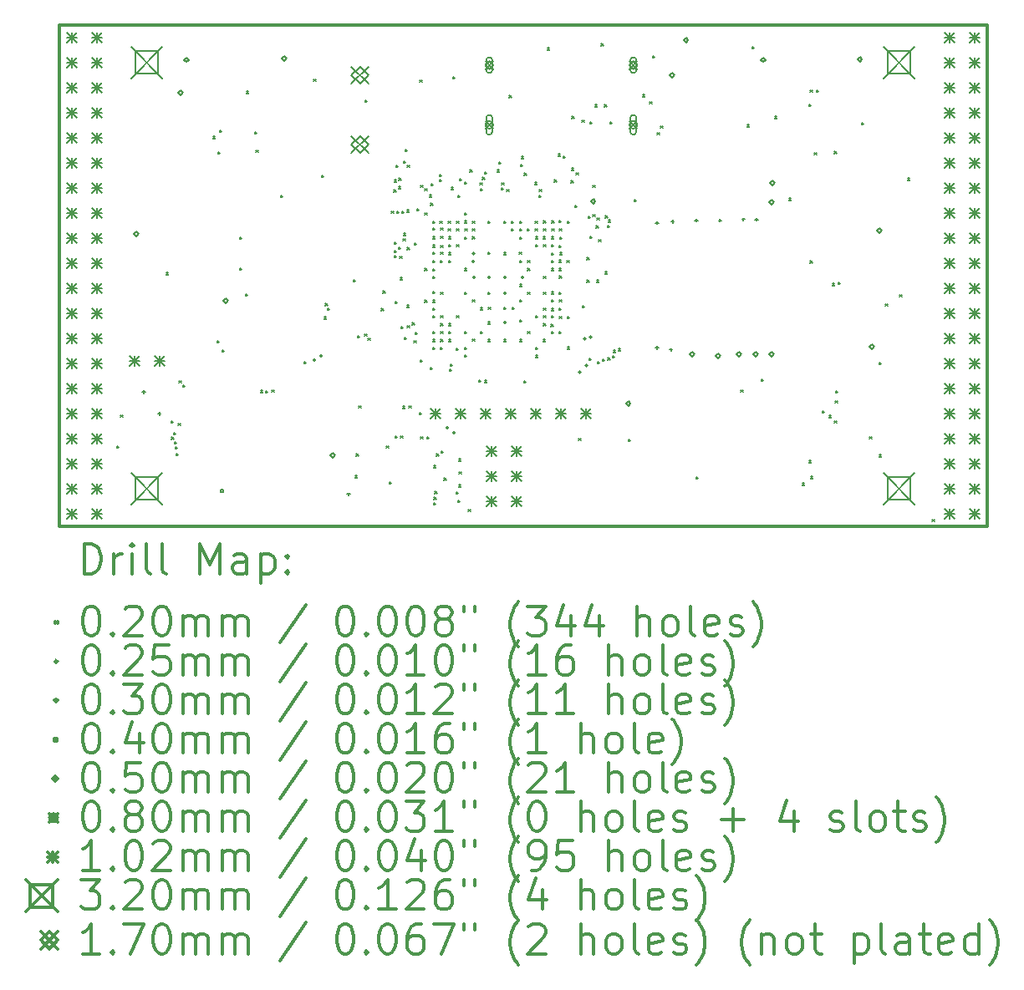
<source format=gbr>
%FSLAX45Y45*%
G04 Gerber Fmt 4.5, Leading zero omitted, Abs format (unit mm)*
G04 Created by KiCad (PCBNEW 4.0.7+dfsg1-1) date Sun Nov 12 01:46:30 2017*
%MOMM*%
%LPD*%
G01*
G04 APERTURE LIST*
%ADD10C,0.127000*%
%ADD11C,0.300000*%
%ADD12C,0.200000*%
G04 APERTURE END LIST*
D10*
D11*
X9410000Y-6142000D02*
X9410000Y-11222000D01*
X18808000Y-6142000D02*
X9410000Y-6142000D01*
X18808000Y-11222000D02*
X18808000Y-6142000D01*
X9410000Y-11222000D02*
X18808000Y-11222000D01*
D12*
X9998000Y-10410000D02*
X10018000Y-10430000D01*
X10018000Y-10410000D02*
X9998000Y-10430000D01*
X10035000Y-10094400D02*
X10055000Y-10114400D01*
X10055000Y-10094400D02*
X10035000Y-10114400D01*
X10493771Y-8653299D02*
X10513771Y-8673299D01*
X10513771Y-8653299D02*
X10493771Y-8673299D01*
X10547276Y-10156132D02*
X10567276Y-10176132D01*
X10567276Y-10156132D02*
X10547276Y-10176132D01*
X10552725Y-10321224D02*
X10572725Y-10341224D01*
X10572725Y-10321224D02*
X10552725Y-10341224D01*
X10571376Y-10271934D02*
X10591376Y-10291934D01*
X10591376Y-10271934D02*
X10571376Y-10291934D01*
X10579560Y-10366582D02*
X10599560Y-10386582D01*
X10599560Y-10366582D02*
X10579560Y-10386582D01*
X10589272Y-10418380D02*
X10609272Y-10438380D01*
X10609272Y-10418380D02*
X10589272Y-10438380D01*
X10598875Y-10487404D02*
X10618875Y-10507404D01*
X10618875Y-10487404D02*
X10598875Y-10507404D01*
X10618105Y-10179347D02*
X10638105Y-10199347D01*
X10638105Y-10179347D02*
X10618105Y-10199347D01*
X10626851Y-9751340D02*
X10646851Y-9771340D01*
X10646851Y-9751340D02*
X10626851Y-9771340D01*
X10664117Y-9793541D02*
X10684117Y-9813541D01*
X10684117Y-9793541D02*
X10664117Y-9813541D01*
X10972800Y-7273000D02*
X10992800Y-7293000D01*
X10992800Y-7273000D02*
X10972800Y-7293000D01*
X11014904Y-9343377D02*
X11034904Y-9363377D01*
X11034904Y-9343377D02*
X11014904Y-9363377D01*
X11021352Y-7428070D02*
X11041352Y-7448070D01*
X11041352Y-7428070D02*
X11021352Y-7448070D01*
X11038300Y-7211500D02*
X11058300Y-7231500D01*
X11058300Y-7211500D02*
X11038300Y-7231500D01*
X11061873Y-9435178D02*
X11081873Y-9455178D01*
X11081873Y-9435178D02*
X11061873Y-9455178D01*
X11241500Y-8291000D02*
X11261500Y-8311000D01*
X11261500Y-8291000D02*
X11241500Y-8311000D01*
X11241500Y-8608500D02*
X11261500Y-8628500D01*
X11261500Y-8608500D02*
X11241500Y-8628500D01*
X11298000Y-8870000D02*
X11318000Y-8890000D01*
X11318000Y-8870000D02*
X11298000Y-8890000D01*
X11311224Y-6814440D02*
X11331224Y-6834440D01*
X11331224Y-6814440D02*
X11311224Y-6834440D01*
X11393900Y-7224200D02*
X11413900Y-7244200D01*
X11413900Y-7224200D02*
X11393900Y-7244200D01*
X11406600Y-7414700D02*
X11426600Y-7434700D01*
X11426600Y-7414700D02*
X11406600Y-7434700D01*
X11450432Y-9847368D02*
X11470432Y-9867368D01*
X11470432Y-9847368D02*
X11450432Y-9867368D01*
X11504932Y-9852549D02*
X11524932Y-9872549D01*
X11524932Y-9852549D02*
X11504932Y-9872549D01*
X11565982Y-9840204D02*
X11585982Y-9860204D01*
X11585982Y-9840204D02*
X11565982Y-9860204D01*
X11655434Y-7867799D02*
X11675434Y-7887799D01*
X11675434Y-7867799D02*
X11655434Y-7887799D01*
X11890851Y-9556294D02*
X11910851Y-9576294D01*
X11910851Y-9556294D02*
X11890851Y-9576294D01*
X11990800Y-6690800D02*
X12010800Y-6710800D01*
X12010800Y-6690800D02*
X11990800Y-6710800D01*
X12073455Y-7667909D02*
X12093455Y-7687909D01*
X12093455Y-7667909D02*
X12073455Y-7687909D01*
X12094120Y-9102507D02*
X12114120Y-9122507D01*
X12114120Y-9102507D02*
X12094120Y-9122507D01*
X12110622Y-8966255D02*
X12130622Y-8986255D01*
X12130622Y-8966255D02*
X12110622Y-8986255D01*
X12130195Y-9015187D02*
X12150195Y-9035187D01*
X12150195Y-9015187D02*
X12130195Y-9035187D01*
X12392771Y-8724771D02*
X12412771Y-8744771D01*
X12412771Y-8724771D02*
X12392771Y-8744771D01*
X12392771Y-8724771D02*
X12412771Y-8744771D01*
X12412771Y-8724771D02*
X12392771Y-8744771D01*
X12410242Y-10710764D02*
X12430242Y-10730764D01*
X12430242Y-10710764D02*
X12410242Y-10730764D01*
X12422957Y-10489495D02*
X12442957Y-10509495D01*
X12442957Y-10489495D02*
X12422957Y-10509495D01*
X12435300Y-9294300D02*
X12455300Y-9314300D01*
X12455300Y-9294300D02*
X12435300Y-9314300D01*
X12448000Y-10005500D02*
X12468000Y-10025500D01*
X12468000Y-10005500D02*
X12448000Y-10025500D01*
X12506739Y-9274152D02*
X12526739Y-9294152D01*
X12526739Y-9274152D02*
X12506739Y-9294152D01*
X12509354Y-6905685D02*
X12529354Y-6925685D01*
X12529354Y-6905685D02*
X12509354Y-6925685D01*
X12539954Y-9315068D02*
X12559954Y-9335068D01*
X12559954Y-9315068D02*
X12539954Y-9335068D01*
X12678001Y-9017611D02*
X12698001Y-9037611D01*
X12698001Y-9017611D02*
X12678001Y-9037611D01*
X12694005Y-8838107D02*
X12714005Y-8858107D01*
X12714005Y-8838107D02*
X12694005Y-8858107D01*
X12728568Y-10410367D02*
X12748568Y-10430367D01*
X12748568Y-10410367D02*
X12728568Y-10430367D01*
X12755664Y-10771679D02*
X12775664Y-10791679D01*
X12775664Y-10771679D02*
X12755664Y-10791679D01*
X12778962Y-8030743D02*
X12798962Y-8050743D01*
X12798962Y-8030743D02*
X12778962Y-8050743D01*
X12802557Y-7813365D02*
X12822557Y-7833365D01*
X12822557Y-7813365D02*
X12802557Y-7833365D01*
X12805201Y-7714196D02*
X12825201Y-7734196D01*
X12825201Y-7714196D02*
X12805201Y-7734196D01*
X12806546Y-8342876D02*
X12826546Y-8362876D01*
X12826546Y-8342876D02*
X12806546Y-8362876D01*
X12808331Y-8428074D02*
X12828331Y-8448074D01*
X12828331Y-8428074D02*
X12808331Y-8448074D01*
X12810326Y-8480738D02*
X12830326Y-8500738D01*
X12830326Y-8480738D02*
X12810326Y-8500738D01*
X12815144Y-8946421D02*
X12835144Y-8966421D01*
X12835144Y-8946421D02*
X12815144Y-8966421D01*
X12818000Y-10310000D02*
X12838000Y-10330000D01*
X12838000Y-10310000D02*
X12818000Y-10330000D01*
X12824906Y-7565392D02*
X12844906Y-7585392D01*
X12844906Y-7565392D02*
X12824906Y-7585392D01*
X12831658Y-8029985D02*
X12851658Y-8049985D01*
X12851658Y-8029985D02*
X12831658Y-8049985D01*
X12849054Y-7779404D02*
X12869054Y-7799404D01*
X12869054Y-7779404D02*
X12849054Y-7799404D01*
X12851077Y-8397249D02*
X12871077Y-8417249D01*
X12871077Y-8397249D02*
X12851077Y-8417249D01*
X12854493Y-7695003D02*
X12874493Y-7715003D01*
X12874493Y-7695003D02*
X12854493Y-7715003D01*
X12862365Y-8489063D02*
X12882365Y-8509063D01*
X12882365Y-8489063D02*
X12862365Y-8509063D01*
X12867665Y-8703514D02*
X12887665Y-8723514D01*
X12887665Y-8703514D02*
X12867665Y-8723514D01*
X12870682Y-10308590D02*
X12890682Y-10328590D01*
X12890682Y-10308590D02*
X12870682Y-10328590D01*
X12877965Y-9201104D02*
X12897965Y-9221104D01*
X12897965Y-9201104D02*
X12877965Y-9221104D01*
X12884359Y-8029973D02*
X12904359Y-8049973D01*
X12904359Y-8029973D02*
X12884359Y-8049973D01*
X12890520Y-10007480D02*
X12910520Y-10027480D01*
X12910520Y-10007480D02*
X12890520Y-10027480D01*
X12895438Y-8307924D02*
X12915438Y-8327924D01*
X12915438Y-8307924D02*
X12895438Y-8327924D01*
X12900909Y-8255507D02*
X12920909Y-8275507D01*
X12920909Y-8255507D02*
X12900909Y-8275507D01*
X12902508Y-7521580D02*
X12922508Y-7541580D01*
X12922508Y-7521580D02*
X12902508Y-7541580D01*
X12909665Y-9310913D02*
X12929665Y-9330913D01*
X12929665Y-9310913D02*
X12909665Y-9330913D01*
X12915222Y-7404246D02*
X12935222Y-7424246D01*
X12935222Y-7404246D02*
X12915222Y-7424246D01*
X12934924Y-8982695D02*
X12954924Y-9002695D01*
X12954924Y-8982695D02*
X12934924Y-9002695D01*
X12935799Y-8018511D02*
X12955799Y-8038511D01*
X12955799Y-8018511D02*
X12935799Y-8038511D01*
X12937785Y-9190082D02*
X12957785Y-9210082D01*
X12957785Y-9190082D02*
X12937785Y-9210082D01*
X12938514Y-8398242D02*
X12958514Y-8418242D01*
X12958514Y-8398242D02*
X12938514Y-8418242D01*
X12939334Y-7563781D02*
X12959334Y-7583781D01*
X12959334Y-7563781D02*
X12939334Y-7583781D01*
X12956000Y-10005500D02*
X12976000Y-10025500D01*
X12976000Y-10005500D02*
X12956000Y-10025500D01*
X12988816Y-9162200D02*
X13008816Y-9182200D01*
X13008816Y-9162200D02*
X12988816Y-9182200D01*
X13007140Y-9344434D02*
X13027140Y-9364434D01*
X13027140Y-9344434D02*
X13007140Y-9364434D01*
X13010463Y-8349948D02*
X13030463Y-8369948D01*
X13030463Y-8349948D02*
X13010463Y-8369948D01*
X13020226Y-9260033D02*
X13040226Y-9280033D01*
X13040226Y-9260033D02*
X13020226Y-9280033D01*
X13038990Y-8006723D02*
X13058990Y-8026723D01*
X13058990Y-8006723D02*
X13038990Y-8026723D01*
X13059238Y-10069000D02*
X13079238Y-10089000D01*
X13079238Y-10069000D02*
X13059238Y-10089000D01*
X13066199Y-6701962D02*
X13086199Y-6721962D01*
X13086199Y-6701962D02*
X13066199Y-6721962D01*
X13070707Y-9535414D02*
X13090707Y-9555414D01*
X13090707Y-9535414D02*
X13070707Y-9555414D01*
X13073949Y-10316052D02*
X13093949Y-10336052D01*
X13093949Y-10316052D02*
X13073949Y-10336052D01*
X13075683Y-7768682D02*
X13095683Y-7788682D01*
X13095683Y-7768682D02*
X13075683Y-7788682D01*
X13115313Y-7803422D02*
X13135313Y-7823422D01*
X13135313Y-7803422D02*
X13115313Y-7823422D01*
X13117530Y-8049575D02*
X13137530Y-8069575D01*
X13137530Y-8049575D02*
X13117530Y-8069575D01*
X13117831Y-8611310D02*
X13137831Y-8631310D01*
X13137831Y-8611310D02*
X13117831Y-8631310D01*
X13117950Y-8930733D02*
X13137950Y-8950733D01*
X13137950Y-8930733D02*
X13117950Y-8950733D01*
X13135385Y-10316052D02*
X13155385Y-10336052D01*
X13155385Y-10316052D02*
X13135385Y-10336052D01*
X13160933Y-7864587D02*
X13180933Y-7884587D01*
X13180933Y-7864587D02*
X13160933Y-7884587D01*
X13170890Y-9612737D02*
X13190890Y-9632737D01*
X13190890Y-9612737D02*
X13170890Y-9632737D01*
X13174731Y-7948989D02*
X13194731Y-7968989D01*
X13194731Y-7948989D02*
X13174731Y-7968989D01*
X13182329Y-7748485D02*
X13202329Y-7768485D01*
X13202329Y-7748485D02*
X13182329Y-7768485D01*
X13196210Y-8443398D02*
X13216210Y-8463398D01*
X13216210Y-8443398D02*
X13196210Y-8463398D01*
X13197298Y-8527799D02*
X13217298Y-8547799D01*
X13217298Y-8527799D02*
X13197298Y-8547799D01*
X13197562Y-8931064D02*
X13217562Y-8951064D01*
X13217562Y-8931064D02*
X13197562Y-8951064D01*
X13197765Y-9087799D02*
X13217765Y-9107799D01*
X13217765Y-9087799D02*
X13197765Y-9107799D01*
X13197902Y-8288404D02*
X13217902Y-8308404D01*
X13217902Y-8288404D02*
X13197902Y-8308404D01*
X13198000Y-8130000D02*
X13218000Y-8150000D01*
X13218000Y-8130000D02*
X13198000Y-8150000D01*
X13198000Y-8690000D02*
X13218000Y-8710000D01*
X13218000Y-8690000D02*
X13198000Y-8710000D01*
X13198000Y-9250000D02*
X13218000Y-9270000D01*
X13218000Y-9250000D02*
X13198000Y-9270000D01*
X13198000Y-9330000D02*
X13218000Y-9350000D01*
X13218000Y-9330000D02*
X13198000Y-9350000D01*
X13198000Y-9410000D02*
X13218000Y-9430000D01*
X13218000Y-9410000D02*
X13198000Y-9430000D01*
X13198001Y-8200333D02*
X13218001Y-8220333D01*
X13218001Y-8200333D02*
X13198001Y-8220333D01*
X13198296Y-9011078D02*
X13218296Y-9031078D01*
X13218296Y-9011078D02*
X13198296Y-9031078D01*
X13198303Y-8616041D02*
X13218303Y-8636041D01*
X13218303Y-8616041D02*
X13198303Y-8636041D01*
X13198368Y-8372806D02*
X13218368Y-8392806D01*
X13218368Y-8372806D02*
X13198368Y-8392806D01*
X13198405Y-8845827D02*
X13218405Y-8865827D01*
X13218405Y-8845827D02*
X13198405Y-8865827D01*
X13204611Y-10984026D02*
X13224611Y-11004026D01*
X13224611Y-10984026D02*
X13204611Y-11004026D01*
X13206286Y-10608587D02*
X13226286Y-10628587D01*
X13226286Y-10608587D02*
X13206286Y-10628587D01*
X13208900Y-10931500D02*
X13228900Y-10951500D01*
X13228900Y-10931500D02*
X13208900Y-10951500D01*
X13218000Y-10870000D02*
X13238000Y-10890000D01*
X13238000Y-10870000D02*
X13218000Y-10890000D01*
X13234844Y-10489450D02*
X13254844Y-10509450D01*
X13254844Y-10489450D02*
X13234844Y-10509450D01*
X13263724Y-7657621D02*
X13283724Y-7677621D01*
X13283724Y-7657621D02*
X13263724Y-7677621D01*
X13266117Y-7710267D02*
X13286117Y-7730267D01*
X13286117Y-7710267D02*
X13266117Y-7730267D01*
X13268334Y-8130000D02*
X13288334Y-8150000D01*
X13288334Y-8130000D02*
X13268334Y-8150000D01*
X13273464Y-8527799D02*
X13293464Y-8547799D01*
X13293464Y-8527799D02*
X13273464Y-8547799D01*
X13274623Y-9409707D02*
X13294623Y-9429707D01*
X13294623Y-9409707D02*
X13274623Y-9429707D01*
X13276300Y-8202454D02*
X13296300Y-8222454D01*
X13296300Y-8202454D02*
X13276300Y-8222454D01*
X13277177Y-8443398D02*
X13297177Y-8463398D01*
X13297177Y-8443398D02*
X13277177Y-8463398D01*
X13277261Y-8286855D02*
X13297261Y-8306855D01*
X13297261Y-8286855D02*
X13277261Y-8306855D01*
X13278000Y-8850000D02*
X13298000Y-8870000D01*
X13298000Y-8850000D02*
X13278000Y-8870000D01*
X13278000Y-9090000D02*
X13298000Y-9110000D01*
X13298000Y-9090000D02*
X13278000Y-9110000D01*
X13278000Y-9170000D02*
X13298000Y-9190000D01*
X13298000Y-9170000D02*
X13278000Y-9190000D01*
X13278000Y-9250000D02*
X13298000Y-9270000D01*
X13298000Y-9250000D02*
X13278000Y-9270000D01*
X13278000Y-9330000D02*
X13298000Y-9350000D01*
X13298000Y-9330000D02*
X13278000Y-9350000D01*
X13278089Y-8379783D02*
X13298089Y-8399784D01*
X13298089Y-8379783D02*
X13278089Y-8399784D01*
X13283696Y-10459892D02*
X13303696Y-10479892D01*
X13303696Y-10459892D02*
X13283696Y-10479892D01*
X13311600Y-10736500D02*
X13331600Y-10756500D01*
X13331600Y-10736500D02*
X13311600Y-10756500D01*
X13352736Y-8131468D02*
X13372736Y-8151468D01*
X13372736Y-8131468D02*
X13352736Y-8151468D01*
X13354839Y-8209060D02*
X13374839Y-8229060D01*
X13374839Y-8209060D02*
X13354839Y-8229060D01*
X13357194Y-8449520D02*
X13377194Y-8469520D01*
X13377194Y-8449520D02*
X13357194Y-8469520D01*
X13358000Y-8290000D02*
X13378000Y-8310000D01*
X13378000Y-8290000D02*
X13358000Y-8310000D01*
X13358000Y-8370000D02*
X13378000Y-8390000D01*
X13378000Y-8370000D02*
X13358000Y-8390000D01*
X13358000Y-8530000D02*
X13378000Y-8550000D01*
X13378000Y-8530000D02*
X13358000Y-8550000D01*
X13358000Y-9170000D02*
X13378000Y-9190000D01*
X13378000Y-9170000D02*
X13358000Y-9190000D01*
X13358000Y-9250000D02*
X13378000Y-9270000D01*
X13378000Y-9250000D02*
X13358000Y-9270000D01*
X13358548Y-9330230D02*
X13378548Y-9350230D01*
X13378548Y-9330230D02*
X13358548Y-9350230D01*
X13366285Y-9629515D02*
X13386285Y-9649515D01*
X13386285Y-9629515D02*
X13366285Y-9649515D01*
X13375239Y-9577580D02*
X13395239Y-9597580D01*
X13395239Y-9577580D02*
X13375239Y-9597580D01*
X13384238Y-7788077D02*
X13404238Y-7808077D01*
X13404238Y-7788077D02*
X13384238Y-7808077D01*
X13397916Y-6668615D02*
X13417916Y-6688615D01*
X13417916Y-6668615D02*
X13397916Y-6688615D01*
X13435582Y-9416717D02*
X13455582Y-9436717D01*
X13455582Y-9416717D02*
X13435582Y-9436717D01*
X13436400Y-10874197D02*
X13456400Y-10894197D01*
X13456400Y-10874197D02*
X13436400Y-10894197D01*
X13437137Y-8130675D02*
X13457137Y-8150675D01*
X13457137Y-8130675D02*
X13437137Y-8150675D01*
X13437651Y-8208015D02*
X13457651Y-8228015D01*
X13457651Y-8208015D02*
X13437651Y-8228015D01*
X13438000Y-8370000D02*
X13458000Y-8390000D01*
X13458000Y-8370000D02*
X13438000Y-8390000D01*
X13438000Y-9090000D02*
X13458000Y-9110000D01*
X13458000Y-9090000D02*
X13438000Y-9110000D01*
X13451300Y-7871900D02*
X13471300Y-7891900D01*
X13471300Y-7871900D02*
X13451300Y-7891900D01*
X13453687Y-10961995D02*
X13473687Y-10981995D01*
X13473687Y-10961995D02*
X13453687Y-10981995D01*
X13457587Y-10803159D02*
X13477587Y-10823159D01*
X13477587Y-10803159D02*
X13457587Y-10823159D01*
X13460735Y-10540845D02*
X13480735Y-10560845D01*
X13480735Y-10540845D02*
X13460735Y-10560845D01*
X13465065Y-10671051D02*
X13485065Y-10691051D01*
X13485065Y-10671051D02*
X13465065Y-10691051D01*
X13465805Y-7703014D02*
X13485805Y-7723014D01*
X13485805Y-7703014D02*
X13465805Y-7723014D01*
X13517331Y-8851860D02*
X13537331Y-8871860D01*
X13537331Y-8851860D02*
X13517331Y-8871860D01*
X13518000Y-8292201D02*
X13538000Y-8312201D01*
X13538000Y-8292201D02*
X13518000Y-8312201D01*
X13518000Y-8610000D02*
X13538000Y-8630000D01*
X13538000Y-8610000D02*
X13518000Y-8630000D01*
X13518000Y-9250000D02*
X13538000Y-9270000D01*
X13538000Y-9250000D02*
X13518000Y-9270000D01*
X13518006Y-7736330D02*
X13538006Y-7756330D01*
X13538006Y-7736330D02*
X13518006Y-7756330D01*
X13518128Y-8048312D02*
X13538128Y-8068312D01*
X13538128Y-8048312D02*
X13518128Y-8068312D01*
X13518463Y-9488530D02*
X13538463Y-9508530D01*
X13538463Y-9488530D02*
X13518463Y-9508530D01*
X13518862Y-9412562D02*
X13538862Y-9432562D01*
X13538862Y-9412562D02*
X13518862Y-9432562D01*
X13521538Y-8129192D02*
X13541538Y-8149192D01*
X13541538Y-8129192D02*
X13521538Y-8149192D01*
X13522052Y-8209644D02*
X13542052Y-8229644D01*
X13542052Y-8209644D02*
X13522052Y-8229644D01*
X13555656Y-11051071D02*
X13575656Y-11071071D01*
X13575656Y-11051071D02*
X13555656Y-11071071D01*
X13573070Y-7610061D02*
X13593070Y-7630061D01*
X13593070Y-7610061D02*
X13573070Y-7630061D01*
X13598000Y-8210000D02*
X13618000Y-8230000D01*
X13618000Y-8210000D02*
X13598000Y-8230000D01*
X13598000Y-8290000D02*
X13618000Y-8310000D01*
X13618000Y-8290000D02*
X13598000Y-8310000D01*
X13598517Y-8929483D02*
X13618517Y-8949483D01*
X13618517Y-8929483D02*
X13598517Y-8949483D01*
X13599596Y-9326965D02*
X13619596Y-9346965D01*
X13619596Y-9326965D02*
X13599596Y-9346965D01*
X13599639Y-8129507D02*
X13619639Y-8149507D01*
X13619639Y-8129507D02*
X13599639Y-8149507D01*
X13664090Y-9741450D02*
X13684090Y-9761450D01*
X13684090Y-9741450D02*
X13664090Y-9761450D01*
X13675954Y-7745082D02*
X13695954Y-7765082D01*
X13695954Y-7745082D02*
X13675954Y-7765082D01*
X13678000Y-9250000D02*
X13698000Y-9270000D01*
X13698000Y-9250000D02*
X13678000Y-9270000D01*
X13678517Y-9009483D02*
X13698517Y-9029483D01*
X13698517Y-9009483D02*
X13678517Y-9029483D01*
X13682206Y-7799789D02*
X13702206Y-7819789D01*
X13702206Y-7799789D02*
X13682206Y-7819789D01*
X13700695Y-7687992D02*
X13720695Y-7707992D01*
X13720695Y-7687992D02*
X13700695Y-7707992D01*
X13719559Y-9743802D02*
X13739559Y-9763802D01*
X13739559Y-9743802D02*
X13719559Y-9763802D01*
X13720873Y-7631502D02*
X13740873Y-7651502D01*
X13740873Y-7631502D02*
X13720873Y-7651502D01*
X13755905Y-9153803D02*
X13775905Y-9173803D01*
X13775905Y-9153803D02*
X13755905Y-9173803D01*
X13758000Y-8130000D02*
X13778000Y-8150000D01*
X13778000Y-8130000D02*
X13758000Y-8150000D01*
X13758000Y-8850000D02*
X13778000Y-8870000D01*
X13778000Y-8850000D02*
X13758000Y-8870000D01*
X13758000Y-9330000D02*
X13778000Y-9350000D01*
X13778000Y-9330000D02*
X13758000Y-9350000D01*
X13758056Y-8443409D02*
X13778056Y-8463409D01*
X13778056Y-8443409D02*
X13758056Y-8463409D01*
X13758900Y-9002299D02*
X13778900Y-9022299D01*
X13778900Y-9002299D02*
X13758900Y-9022299D01*
X13848000Y-7610000D02*
X13868000Y-7630000D01*
X13868000Y-7610000D02*
X13848000Y-7630000D01*
X13867920Y-7530076D02*
X13887920Y-7550076D01*
X13887920Y-7530076D02*
X13867920Y-7550076D01*
X13893411Y-7794095D02*
X13913411Y-7814095D01*
X13913411Y-7794095D02*
X13893411Y-7814095D01*
X13894675Y-7741409D02*
X13914675Y-7761409D01*
X13914675Y-7741409D02*
X13894675Y-7761409D01*
X13917252Y-8451135D02*
X13937252Y-8471135D01*
X13937252Y-8451135D02*
X13917252Y-8471135D01*
X13918000Y-8130000D02*
X13938000Y-8150000D01*
X13938000Y-8130000D02*
X13918000Y-8150000D01*
X13918000Y-9002299D02*
X13938000Y-9022299D01*
X13938000Y-9002299D02*
X13918000Y-9022299D01*
X13918000Y-9330000D02*
X13938000Y-9350000D01*
X13938000Y-9330000D02*
X13918000Y-9350000D01*
X13947862Y-7810586D02*
X13967862Y-7830586D01*
X13967862Y-7810586D02*
X13947862Y-7830586D01*
X13972000Y-6856567D02*
X13992000Y-6876567D01*
X13992000Y-6856567D02*
X13972000Y-6876567D01*
X13993095Y-8210000D02*
X14013095Y-8230000D01*
X14013095Y-8210000D02*
X13993095Y-8230000D01*
X13993599Y-8130000D02*
X14013599Y-8150000D01*
X14013599Y-8130000D02*
X13993599Y-8150000D01*
X13999489Y-9002299D02*
X14019489Y-9022299D01*
X14019489Y-9002299D02*
X13999489Y-9022299D01*
X14073600Y-8443400D02*
X14093600Y-8463400D01*
X14093600Y-8443400D02*
X14073600Y-8463400D01*
X14076403Y-8294140D02*
X14096403Y-8314140D01*
X14096403Y-8294140D02*
X14076403Y-8314140D01*
X14077419Y-9133335D02*
X14097419Y-9153335D01*
X14097419Y-9133335D02*
X14077419Y-9153335D01*
X14077497Y-8207716D02*
X14097497Y-8227716D01*
X14097497Y-8207716D02*
X14077497Y-8227716D01*
X14078000Y-8130000D02*
X14098000Y-8150000D01*
X14098000Y-8130000D02*
X14078000Y-8150000D01*
X14078000Y-8530000D02*
X14098000Y-8550000D01*
X14098000Y-8530000D02*
X14078000Y-8550000D01*
X14078000Y-8770000D02*
X14098000Y-8790000D01*
X14098000Y-8770000D02*
X14078000Y-8790000D01*
X14078000Y-8930000D02*
X14098000Y-8950000D01*
X14098000Y-8930000D02*
X14078000Y-8950000D01*
X14078000Y-9330000D02*
X14098000Y-9350000D01*
X14098000Y-9330000D02*
X14078000Y-9350000D01*
X14088006Y-7558194D02*
X14108006Y-7578194D01*
X14108006Y-7558194D02*
X14088006Y-7578194D01*
X14094664Y-7477380D02*
X14114664Y-7497380D01*
X14114664Y-7477380D02*
X14094664Y-7497380D01*
X14118000Y-9750000D02*
X14138000Y-9770000D01*
X14138000Y-9750000D02*
X14118000Y-9770000D01*
X14124297Y-7645500D02*
X14144297Y-7665500D01*
X14144297Y-7645500D02*
X14124297Y-7665500D01*
X14156269Y-8210778D02*
X14176269Y-8230778D01*
X14176269Y-8210778D02*
X14156269Y-8230778D01*
X14158000Y-8530000D02*
X14178000Y-8550000D01*
X14178000Y-8530000D02*
X14158000Y-8550000D01*
X14158000Y-8610000D02*
X14178000Y-8630000D01*
X14178000Y-8610000D02*
X14158000Y-8630000D01*
X14158000Y-8850000D02*
X14178000Y-8870000D01*
X14178000Y-8850000D02*
X14158000Y-8870000D01*
X14158000Y-9250000D02*
X14178000Y-9270000D01*
X14178000Y-9250000D02*
X14158000Y-9270000D01*
X14227745Y-7739745D02*
X14247745Y-7759745D01*
X14247745Y-7739745D02*
X14227745Y-7759745D01*
X14233746Y-8208147D02*
X14253746Y-8228147D01*
X14253746Y-8208147D02*
X14233746Y-8228147D01*
X14235691Y-8130580D02*
X14255691Y-8150580D01*
X14255691Y-8130580D02*
X14235691Y-8150580D01*
X14237355Y-8289891D02*
X14257355Y-8309891D01*
X14257355Y-8289891D02*
X14237355Y-8309891D01*
X14238000Y-8370000D02*
X14258000Y-8390000D01*
X14258000Y-8370000D02*
X14238000Y-8390000D01*
X14238000Y-9090000D02*
X14258000Y-9110000D01*
X14258000Y-9090000D02*
X14238000Y-9110000D01*
X14238000Y-9410000D02*
X14258000Y-9430000D01*
X14258000Y-9410000D02*
X14238000Y-9430000D01*
X14238000Y-9490000D02*
X14258000Y-9510000D01*
X14258000Y-9490000D02*
X14238000Y-9510000D01*
X14274121Y-7868425D02*
X14294121Y-7888425D01*
X14294121Y-7868425D02*
X14274121Y-7888425D01*
X14276427Y-7811737D02*
X14296427Y-7831737D01*
X14296427Y-7811737D02*
X14276427Y-7831737D01*
X14315799Y-8290000D02*
X14335799Y-8310000D01*
X14335799Y-8290000D02*
X14315799Y-8310000D01*
X14316969Y-9331491D02*
X14336969Y-9351491D01*
X14336969Y-9331491D02*
X14316969Y-9351491D01*
X14317803Y-8849503D02*
X14337803Y-8869503D01*
X14337803Y-8849503D02*
X14317803Y-8869503D01*
X14318000Y-8370000D02*
X14338000Y-8390000D01*
X14338000Y-8370000D02*
X14318000Y-8390000D01*
X14318000Y-8690000D02*
X14338000Y-8710000D01*
X14338000Y-8690000D02*
X14318000Y-8710000D01*
X14318000Y-9090000D02*
X14338000Y-9110000D01*
X14338000Y-9090000D02*
X14318000Y-9110000D01*
X14318000Y-9170000D02*
X14338000Y-9190000D01*
X14338000Y-9170000D02*
X14318000Y-9190000D01*
X14318147Y-8210607D02*
X14338147Y-8230607D01*
X14338147Y-8210607D02*
X14318147Y-8230607D01*
X14318182Y-9010195D02*
X14338182Y-9030195D01*
X14338182Y-9010195D02*
X14318182Y-9030195D01*
X14320092Y-8127729D02*
X14340092Y-8147729D01*
X14340092Y-8127729D02*
X14320092Y-8147729D01*
X14355067Y-6376252D02*
X14375067Y-6396252D01*
X14375067Y-6376252D02*
X14355067Y-6396252D01*
X14396483Y-9177765D02*
X14416483Y-9197765D01*
X14416483Y-9177765D02*
X14396483Y-9197765D01*
X14397624Y-8929530D02*
X14417624Y-8949530D01*
X14417624Y-8929530D02*
X14397624Y-8949530D01*
X14397701Y-9016697D02*
X14417701Y-9036697D01*
X14417701Y-9016697D02*
X14397701Y-9036697D01*
X14398000Y-8610000D02*
X14418000Y-8630000D01*
X14418000Y-8610000D02*
X14398000Y-8630000D01*
X14398000Y-9090000D02*
X14418000Y-9110000D01*
X14418000Y-9090000D02*
X14398000Y-9110000D01*
X14398283Y-8848451D02*
X14418283Y-8868451D01*
X14418283Y-8848451D02*
X14398283Y-8868451D01*
X14400201Y-8290000D02*
X14420201Y-8310000D01*
X14420201Y-8290000D02*
X14400201Y-8310000D01*
X14400201Y-8529722D02*
X14420201Y-8549722D01*
X14420201Y-8529722D02*
X14400201Y-8549722D01*
X14400319Y-8367799D02*
X14420319Y-8387799D01*
X14420319Y-8367799D02*
X14400319Y-8387799D01*
X14400319Y-8452201D02*
X14420319Y-8472201D01*
X14420319Y-8452201D02*
X14400319Y-8472201D01*
X14401325Y-9248876D02*
X14421325Y-9268876D01*
X14421325Y-9248876D02*
X14401325Y-9268876D01*
X14402549Y-8208647D02*
X14422549Y-8228647D01*
X14422549Y-8208647D02*
X14402549Y-8228647D01*
X14404493Y-8128708D02*
X14424493Y-8148708D01*
X14424493Y-8128708D02*
X14404493Y-8148708D01*
X14429487Y-7711993D02*
X14449487Y-7731993D01*
X14449487Y-7711993D02*
X14429487Y-7731993D01*
X14468000Y-7449038D02*
X14488000Y-7469038D01*
X14488000Y-7449038D02*
X14468000Y-7469038D01*
X14476724Y-9012976D02*
X14496724Y-9032976D01*
X14496724Y-9012976D02*
X14476724Y-9032976D01*
X14476810Y-8527135D02*
X14496810Y-8547135D01*
X14496810Y-8527135D02*
X14476810Y-8547135D01*
X14477394Y-8376040D02*
X14497394Y-8396040D01*
X14497394Y-8376040D02*
X14477394Y-8396040D01*
X14477515Y-8611890D02*
X14497515Y-8631890D01*
X14497515Y-8611890D02*
X14477515Y-8631890D01*
X14477654Y-8122836D02*
X14497654Y-8142836D01*
X14497654Y-8122836D02*
X14477654Y-8142836D01*
X14477765Y-8852201D02*
X14497765Y-8872201D01*
X14497765Y-8852201D02*
X14477765Y-8872201D01*
X14478235Y-9247799D02*
X14498235Y-9267799D01*
X14498235Y-9247799D02*
X14478235Y-9267799D01*
X14478812Y-8207237D02*
X14498812Y-8227237D01*
X14498812Y-8207237D02*
X14478812Y-8227237D01*
X14479163Y-9097377D02*
X14499163Y-9117377D01*
X14499163Y-9097377D02*
X14479163Y-9117377D01*
X14479260Y-8928574D02*
X14499260Y-8948574D01*
X14499260Y-8928574D02*
X14479260Y-8948574D01*
X14479432Y-8687756D02*
X14499432Y-8707756D01*
X14499432Y-8687756D02*
X14479432Y-8707756D01*
X14481566Y-8449874D02*
X14501566Y-8469874D01*
X14501566Y-8449874D02*
X14481566Y-8469874D01*
X14481689Y-8291638D02*
X14501689Y-8311638D01*
X14501689Y-8291638D02*
X14481689Y-8311638D01*
X14515569Y-7471722D02*
X14535569Y-7491722D01*
X14535569Y-7471722D02*
X14515569Y-7491722D01*
X14557281Y-8529606D02*
X14577281Y-8549606D01*
X14577281Y-8529606D02*
X14557281Y-8549606D01*
X14558000Y-8130000D02*
X14578000Y-8150000D01*
X14578000Y-8130000D02*
X14558000Y-8150000D01*
X14558000Y-9407799D02*
X14578000Y-9427799D01*
X14578000Y-9407799D02*
X14558000Y-9427799D01*
X14559846Y-9097377D02*
X14579846Y-9117377D01*
X14579846Y-9097377D02*
X14559846Y-9117377D01*
X14598908Y-7720057D02*
X14618908Y-7740057D01*
X14618908Y-7720057D02*
X14598908Y-7740057D01*
X14603080Y-7596013D02*
X14623080Y-7616013D01*
X14623080Y-7596013D02*
X14603080Y-7616013D01*
X14608000Y-7070000D02*
X14628000Y-7090000D01*
X14628000Y-7070000D02*
X14608000Y-7090000D01*
X14638141Y-7971938D02*
X14658141Y-7991938D01*
X14658141Y-7971938D02*
X14638141Y-7991938D01*
X14647773Y-7640082D02*
X14667773Y-7660082D01*
X14667773Y-7640082D02*
X14647773Y-7660082D01*
X14674429Y-10335274D02*
X14694429Y-10355274D01*
X14694429Y-10335274D02*
X14674429Y-10355274D01*
X14708600Y-7110000D02*
X14728600Y-7130000D01*
X14728600Y-7110000D02*
X14708600Y-7130000D01*
X14710765Y-8987304D02*
X14730765Y-9007304D01*
X14730765Y-8987304D02*
X14710765Y-9007304D01*
X14758752Y-8499333D02*
X14778752Y-8519333D01*
X14778752Y-8499333D02*
X14758752Y-8519333D01*
X14759554Y-8727799D02*
X14779554Y-8747799D01*
X14779554Y-8727799D02*
X14759554Y-8747799D01*
X14770223Y-8081781D02*
X14790223Y-8101781D01*
X14790223Y-8081781D02*
X14770223Y-8101781D01*
X14782793Y-9522924D02*
X14802793Y-9542924D01*
X14802793Y-9522924D02*
X14782793Y-9542924D01*
X14788315Y-7124708D02*
X14808315Y-7144708D01*
X14808315Y-7124708D02*
X14788315Y-7144708D01*
X14790137Y-8285878D02*
X14810137Y-8305878D01*
X14810137Y-8285878D02*
X14790137Y-8305878D01*
X14817193Y-7767799D02*
X14837193Y-7787799D01*
X14837193Y-7767799D02*
X14817193Y-7787799D01*
X14819827Y-8063981D02*
X14839827Y-8083981D01*
X14839827Y-8063981D02*
X14819827Y-8083981D01*
X14837783Y-6951968D02*
X14857783Y-6971968D01*
X14857783Y-6951968D02*
X14837783Y-6971968D01*
X14851067Y-8180003D02*
X14871067Y-8200003D01*
X14871067Y-8180003D02*
X14851067Y-8200003D01*
X14858860Y-8727808D02*
X14878860Y-8747808D01*
X14878860Y-8727808D02*
X14858860Y-8747808D01*
X14861989Y-8095601D02*
X14881989Y-8115601D01*
X14881989Y-8095601D02*
X14861989Y-8115601D01*
X14864798Y-9556963D02*
X14884798Y-9576963D01*
X14884798Y-9556963D02*
X14864798Y-9576963D01*
X14877872Y-8316103D02*
X14897872Y-8336103D01*
X14897872Y-8316103D02*
X14877872Y-8336103D01*
X14903412Y-6332405D02*
X14923412Y-6352405D01*
X14923412Y-6332405D02*
X14903412Y-6352405D01*
X14918439Y-9527799D02*
X14938439Y-9547799D01*
X14938439Y-9527799D02*
X14918439Y-9547799D01*
X14937595Y-6951968D02*
X14957595Y-6971968D01*
X14957595Y-6951968D02*
X14937595Y-6971968D01*
X14942082Y-8643412D02*
X14962082Y-8663412D01*
X14962082Y-8643412D02*
X14942082Y-8663412D01*
X14944975Y-8076843D02*
X14964975Y-8096843D01*
X14964975Y-8076843D02*
X14944975Y-8096843D01*
X14967169Y-8172566D02*
X14987169Y-8192566D01*
X14987169Y-8172566D02*
X14967169Y-8192566D01*
X14969589Y-9515108D02*
X14989589Y-9535108D01*
X14989589Y-9515108D02*
X14969589Y-9535108D01*
X14974647Y-8120398D02*
X14994647Y-8140398D01*
X14994647Y-8120398D02*
X14974647Y-8140398D01*
X14993085Y-7123185D02*
X15013085Y-7143185D01*
X15013085Y-7123185D02*
X14993085Y-7143185D01*
X15017890Y-9494025D02*
X15037890Y-9514025D01*
X15037890Y-9494025D02*
X15017890Y-9514025D01*
X15024597Y-9441753D02*
X15044597Y-9461753D01*
X15044597Y-9441753D02*
X15024597Y-9461753D01*
X15078921Y-9423257D02*
X15098921Y-9443257D01*
X15098921Y-9423257D02*
X15078921Y-9443257D01*
X15179638Y-10341072D02*
X15199638Y-10361072D01*
X15199638Y-10341072D02*
X15179638Y-10361072D01*
X15239707Y-7909347D02*
X15259707Y-7929347D01*
X15259707Y-7909347D02*
X15239707Y-7929347D01*
X15319711Y-6850829D02*
X15339711Y-6870829D01*
X15339711Y-6850829D02*
X15319711Y-6870829D01*
X15395230Y-6920230D02*
X15415230Y-6940230D01*
X15415230Y-6920230D02*
X15395230Y-6940230D01*
X15422933Y-6454377D02*
X15442933Y-6474377D01*
X15442933Y-6454377D02*
X15422933Y-6474377D01*
X15469400Y-7232600D02*
X15489400Y-7252600D01*
X15489400Y-7232600D02*
X15469400Y-7252600D01*
X15504936Y-7166453D02*
X15524936Y-7186453D01*
X15524936Y-7166453D02*
X15504936Y-7186453D01*
X15861665Y-10722518D02*
X15881665Y-10742518D01*
X15881665Y-10722518D02*
X15861665Y-10742518D01*
X16317742Y-9840172D02*
X16337742Y-9860172D01*
X16337742Y-9840172D02*
X16317742Y-9860172D01*
X16380885Y-7155186D02*
X16400885Y-7175186D01*
X16400885Y-7155186D02*
X16380885Y-7175186D01*
X16433388Y-6363745D02*
X16453388Y-6383745D01*
X16453388Y-6363745D02*
X16433388Y-6383745D01*
X16524921Y-9732292D02*
X16544921Y-9752292D01*
X16544921Y-9732292D02*
X16524921Y-9752292D01*
X16657891Y-7070355D02*
X16677891Y-7090355D01*
X16677891Y-7070355D02*
X16657891Y-7090355D01*
X16806644Y-7900804D02*
X16826644Y-7920804D01*
X16826644Y-7900804D02*
X16806644Y-7920804D01*
X16940659Y-10785373D02*
X16960659Y-10805373D01*
X16960659Y-10785373D02*
X16940659Y-10805373D01*
X17005773Y-10556635D02*
X17025773Y-10576635D01*
X17025773Y-10556635D02*
X17005773Y-10576635D01*
X17008296Y-6947101D02*
X17028296Y-6967101D01*
X17028296Y-6947101D02*
X17008296Y-6967101D01*
X17020000Y-6805100D02*
X17040000Y-6825100D01*
X17040000Y-6805100D02*
X17020000Y-6825100D01*
X17020954Y-8534153D02*
X17040954Y-8554153D01*
X17040954Y-8534153D02*
X17020954Y-8554153D01*
X17026290Y-10718620D02*
X17046290Y-10738620D01*
X17046290Y-10718620D02*
X17026290Y-10738620D01*
X17063590Y-7436498D02*
X17083590Y-7456498D01*
X17083590Y-7436498D02*
X17063590Y-7456498D01*
X17085000Y-6802556D02*
X17105000Y-6822556D01*
X17105000Y-6802556D02*
X17085000Y-6822556D01*
X17144030Y-10054574D02*
X17164030Y-10074574D01*
X17164030Y-10054574D02*
X17144030Y-10074574D01*
X17209336Y-10100566D02*
X17229336Y-10120566D01*
X17229336Y-10100566D02*
X17209336Y-10120566D01*
X17246454Y-8762201D02*
X17266454Y-8782201D01*
X17266454Y-8762201D02*
X17246454Y-8782201D01*
X17264664Y-7424799D02*
X17284664Y-7444799D01*
X17284664Y-7424799D02*
X17264664Y-7444799D01*
X17266127Y-10155168D02*
X17286127Y-10175168D01*
X17286127Y-10155168D02*
X17266127Y-10175168D01*
X17273463Y-9949992D02*
X17293463Y-9969992D01*
X17293463Y-9949992D02*
X17273463Y-9969992D01*
X17277992Y-9851865D02*
X17297992Y-9871865D01*
X17297992Y-9851865D02*
X17277992Y-9871865D01*
X17303795Y-8749428D02*
X17323795Y-8769428D01*
X17323795Y-8749428D02*
X17303795Y-8769428D01*
X17539563Y-7135743D02*
X17559563Y-7155743D01*
X17559563Y-7135743D02*
X17539563Y-7155743D01*
X17620559Y-10317981D02*
X17640559Y-10337981D01*
X17640559Y-10317981D02*
X17620559Y-10337981D01*
X17717400Y-10497912D02*
X17737400Y-10517912D01*
X17737400Y-10497912D02*
X17717400Y-10517912D01*
X17718500Y-9561000D02*
X17738500Y-9581000D01*
X17738500Y-9561000D02*
X17718500Y-9581000D01*
X17782698Y-8971206D02*
X17802698Y-8991206D01*
X17802698Y-8971206D02*
X17782698Y-8991206D01*
X17925151Y-8876833D02*
X17945151Y-8896833D01*
X17945151Y-8876833D02*
X17925151Y-8896833D01*
X18003742Y-7696947D02*
X18023742Y-7716947D01*
X18023742Y-7696947D02*
X18003742Y-7716947D01*
X18257515Y-11153763D02*
X18277515Y-11173763D01*
X18277515Y-11153763D02*
X18257515Y-11173763D01*
X12010516Y-9541295D02*
G75*
G03X12010516Y-9541295I-12700J0D01*
G01*
X12076103Y-9497760D02*
G75*
G03X12076103Y-9497760I-12700J0D01*
G01*
X13357629Y-10223262D02*
G75*
G03X13357629Y-10223262I-12700J0D01*
G01*
X13420141Y-10275223D02*
G75*
G03X13420141Y-10275223I-12700J0D01*
G01*
X13620700Y-8460000D02*
G75*
G03X13620700Y-8460000I-12700J0D01*
G01*
X13620700Y-8540000D02*
G75*
G03X13620700Y-8540000I-12700J0D01*
G01*
X13623799Y-8699540D02*
G75*
G03X13623799Y-8699540I-12700J0D01*
G01*
X13780700Y-8700000D02*
G75*
G03X13780700Y-8700000I-12700J0D01*
G01*
X13939164Y-9161521D02*
G75*
G03X13939164Y-9161521I-12700J0D01*
G01*
X13940700Y-8700000D02*
G75*
G03X13940700Y-8700000I-12700J0D01*
G01*
X13940700Y-8860000D02*
G75*
G03X13940700Y-8860000I-12700J0D01*
G01*
X14116986Y-8699500D02*
G75*
G03X14116986Y-8699500I-12700J0D01*
G01*
X14698950Y-9661750D02*
G75*
G03X14698950Y-9661750I-12700J0D01*
G01*
X14748267Y-9321929D02*
G75*
G03X14748267Y-9321929I-12700J0D01*
G01*
X14766147Y-9591326D02*
G75*
G03X14766147Y-9591326I-12700J0D01*
G01*
X14804230Y-9306313D02*
G75*
G03X14804230Y-9306313I-12700J0D01*
G01*
X10271005Y-9844495D02*
X10271005Y-9874495D01*
X10256005Y-9859495D02*
X10286005Y-9859495D01*
X10426000Y-10064000D02*
X10426000Y-10094000D01*
X10411000Y-10079000D02*
X10441000Y-10079000D01*
X12343700Y-10882200D02*
X12343700Y-10912200D01*
X12328700Y-10897200D02*
X12358700Y-10897200D01*
X15465753Y-8131365D02*
X15465753Y-8161365D01*
X15450753Y-8146365D02*
X15480753Y-8146365D01*
X15468314Y-9396584D02*
X15468314Y-9426584D01*
X15453314Y-9411584D02*
X15483314Y-9411584D01*
X15607711Y-9417696D02*
X15607711Y-9447696D01*
X15592711Y-9432696D02*
X15622711Y-9432696D01*
X15626277Y-8119937D02*
X15626277Y-8149937D01*
X15611277Y-8134937D02*
X15641277Y-8134937D01*
X15868000Y-8106084D02*
X15868000Y-8136084D01*
X15853000Y-8121084D02*
X15883000Y-8121084D01*
X16106799Y-8106612D02*
X16106799Y-8136612D01*
X16091799Y-8121612D02*
X16121799Y-8121612D01*
X16342203Y-8097066D02*
X16342203Y-8127066D01*
X16327203Y-8112066D02*
X16357203Y-8112066D01*
X16474183Y-8098057D02*
X16474183Y-8128057D01*
X16459183Y-8113057D02*
X16489183Y-8113057D01*
X11073534Y-10877788D02*
X11073534Y-10849504D01*
X11045249Y-10849504D01*
X11045249Y-10877788D01*
X11073534Y-10877788D01*
X10193207Y-8283505D02*
X10218207Y-8258505D01*
X10193207Y-8233505D01*
X10168207Y-8258505D01*
X10193207Y-8283505D01*
X10641780Y-6856248D02*
X10666780Y-6831248D01*
X10641780Y-6806248D01*
X10616780Y-6831248D01*
X10641780Y-6856248D01*
X10697481Y-6520397D02*
X10722481Y-6495397D01*
X10697481Y-6470397D01*
X10672481Y-6495397D01*
X10697481Y-6520397D01*
X11099100Y-8961000D02*
X11124100Y-8936000D01*
X11099100Y-8911000D01*
X11074100Y-8936000D01*
X11099100Y-8961000D01*
X11688050Y-6505294D02*
X11713050Y-6480294D01*
X11688050Y-6455294D01*
X11663050Y-6480294D01*
X11688050Y-6505294D01*
X12186187Y-10528017D02*
X12211187Y-10503017D01*
X12186187Y-10478017D01*
X12161187Y-10503017D01*
X12186187Y-10528017D01*
X14820245Y-7952879D02*
X14845245Y-7927879D01*
X14820245Y-7902879D01*
X14795245Y-7927879D01*
X14820245Y-7952879D01*
X15175800Y-10002400D02*
X15200800Y-9977400D01*
X15175800Y-9952400D01*
X15150800Y-9977400D01*
X15175800Y-10002400D01*
X15623558Y-6679836D02*
X15648558Y-6654836D01*
X15623558Y-6629836D01*
X15598558Y-6654836D01*
X15623558Y-6679836D01*
X15760000Y-6319400D02*
X15785000Y-6294400D01*
X15760000Y-6269400D01*
X15735000Y-6294400D01*
X15760000Y-6319400D01*
X15823369Y-9501098D02*
X15848369Y-9476098D01*
X15823369Y-9451098D01*
X15798369Y-9476098D01*
X15823369Y-9501098D01*
X16088471Y-9524450D02*
X16113471Y-9499450D01*
X16088471Y-9474450D01*
X16063471Y-9499450D01*
X16088471Y-9524450D01*
X16299275Y-9507019D02*
X16324275Y-9482019D01*
X16299275Y-9457019D01*
X16274275Y-9482019D01*
X16299275Y-9507019D01*
X16465377Y-9507555D02*
X16490377Y-9482555D01*
X16465377Y-9457555D01*
X16440377Y-9482555D01*
X16465377Y-9507555D01*
X16541725Y-6520467D02*
X16566725Y-6495467D01*
X16541725Y-6470467D01*
X16516725Y-6495467D01*
X16541725Y-6520467D01*
X16624896Y-7965803D02*
X16649896Y-7940803D01*
X16624896Y-7915803D01*
X16599896Y-7940803D01*
X16624896Y-7965803D01*
X16628000Y-9505000D02*
X16653000Y-9480000D01*
X16628000Y-9455000D01*
X16603000Y-9480000D01*
X16628000Y-9505000D01*
X16634336Y-7772799D02*
X16659336Y-7747799D01*
X16634336Y-7722799D01*
X16609336Y-7747799D01*
X16634336Y-7772799D01*
X17521033Y-6519894D02*
X17546033Y-6494894D01*
X17521033Y-6469894D01*
X17496033Y-6494894D01*
X17521033Y-6519894D01*
X17647430Y-9431910D02*
X17672430Y-9406910D01*
X17647430Y-9381910D01*
X17622430Y-9406910D01*
X17647430Y-9431910D01*
X17722991Y-8253135D02*
X17747991Y-8228135D01*
X17722991Y-8203135D01*
X17697991Y-8228135D01*
X17722991Y-8253135D01*
X13728000Y-6510000D02*
X13808000Y-6590000D01*
X13808000Y-6510000D02*
X13728000Y-6590000D01*
X13808000Y-6550000D02*
G75*
G03X13808000Y-6550000I-40000J0D01*
G01*
X13738000Y-6500000D02*
X13738000Y-6600000D01*
X13798000Y-6500000D02*
X13798000Y-6600000D01*
X13738000Y-6600000D02*
G75*
G03X13798000Y-6600000I30000J0D01*
G01*
X13798000Y-6500000D02*
G75*
G03X13738000Y-6500000I-30000J0D01*
G01*
X13728000Y-7115000D02*
X13808000Y-7195000D01*
X13808000Y-7115000D02*
X13728000Y-7195000D01*
X13808000Y-7155000D02*
G75*
G03X13808000Y-7155000I-40000J0D01*
G01*
X13738000Y-7085000D02*
X13738000Y-7225000D01*
X13798000Y-7085000D02*
X13798000Y-7225000D01*
X13738000Y-7225000D02*
G75*
G03X13798000Y-7225000I30000J0D01*
G01*
X13798000Y-7085000D02*
G75*
G03X13738000Y-7085000I-30000J0D01*
G01*
X15188000Y-6510000D02*
X15268000Y-6590000D01*
X15268000Y-6510000D02*
X15188000Y-6590000D01*
X15268000Y-6550000D02*
G75*
G03X15268000Y-6550000I-40000J0D01*
G01*
X15198000Y-6500000D02*
X15198000Y-6600000D01*
X15258000Y-6500000D02*
X15258000Y-6600000D01*
X15198000Y-6600000D02*
G75*
G03X15258000Y-6600000I30000J0D01*
G01*
X15258000Y-6500000D02*
G75*
G03X15198000Y-6500000I-30000J0D01*
G01*
X15188000Y-7115000D02*
X15268000Y-7195000D01*
X15268000Y-7115000D02*
X15188000Y-7195000D01*
X15268000Y-7155000D02*
G75*
G03X15268000Y-7155000I-40000J0D01*
G01*
X15198000Y-7085000D02*
X15198000Y-7225000D01*
X15258000Y-7085000D02*
X15258000Y-7225000D01*
X15198000Y-7225000D02*
G75*
G03X15258000Y-7225000I30000J0D01*
G01*
X15258000Y-7085000D02*
G75*
G03X15198000Y-7085000I-30000J0D01*
G01*
X9486200Y-6218200D02*
X9587800Y-6319800D01*
X9587800Y-6218200D02*
X9486200Y-6319800D01*
X9537000Y-6218200D02*
X9537000Y-6319800D01*
X9486200Y-6269000D02*
X9587800Y-6269000D01*
X9486200Y-6472200D02*
X9587800Y-6573800D01*
X9587800Y-6472200D02*
X9486200Y-6573800D01*
X9537000Y-6472200D02*
X9537000Y-6573800D01*
X9486200Y-6523000D02*
X9587800Y-6523000D01*
X9486200Y-6726200D02*
X9587800Y-6827800D01*
X9587800Y-6726200D02*
X9486200Y-6827800D01*
X9537000Y-6726200D02*
X9537000Y-6827800D01*
X9486200Y-6777000D02*
X9587800Y-6777000D01*
X9486200Y-6980200D02*
X9587800Y-7081800D01*
X9587800Y-6980200D02*
X9486200Y-7081800D01*
X9537000Y-6980200D02*
X9537000Y-7081800D01*
X9486200Y-7031000D02*
X9587800Y-7031000D01*
X9486200Y-7234200D02*
X9587800Y-7335800D01*
X9587800Y-7234200D02*
X9486200Y-7335800D01*
X9537000Y-7234200D02*
X9537000Y-7335800D01*
X9486200Y-7285000D02*
X9587800Y-7285000D01*
X9486200Y-7488200D02*
X9587800Y-7589800D01*
X9587800Y-7488200D02*
X9486200Y-7589800D01*
X9537000Y-7488200D02*
X9537000Y-7589800D01*
X9486200Y-7539000D02*
X9587800Y-7539000D01*
X9486200Y-7742200D02*
X9587800Y-7843800D01*
X9587800Y-7742200D02*
X9486200Y-7843800D01*
X9537000Y-7742200D02*
X9537000Y-7843800D01*
X9486200Y-7793000D02*
X9587800Y-7793000D01*
X9486200Y-7996200D02*
X9587800Y-8097800D01*
X9587800Y-7996200D02*
X9486200Y-8097800D01*
X9537000Y-7996200D02*
X9537000Y-8097800D01*
X9486200Y-8047000D02*
X9587800Y-8047000D01*
X9486200Y-8250200D02*
X9587800Y-8351800D01*
X9587800Y-8250200D02*
X9486200Y-8351800D01*
X9537000Y-8250200D02*
X9537000Y-8351800D01*
X9486200Y-8301000D02*
X9587800Y-8301000D01*
X9486200Y-8504200D02*
X9587800Y-8605800D01*
X9587800Y-8504200D02*
X9486200Y-8605800D01*
X9537000Y-8504200D02*
X9537000Y-8605800D01*
X9486200Y-8555000D02*
X9587800Y-8555000D01*
X9486200Y-8758200D02*
X9587800Y-8859800D01*
X9587800Y-8758200D02*
X9486200Y-8859800D01*
X9537000Y-8758200D02*
X9537000Y-8859800D01*
X9486200Y-8809000D02*
X9587800Y-8809000D01*
X9486200Y-9012200D02*
X9587800Y-9113800D01*
X9587800Y-9012200D02*
X9486200Y-9113800D01*
X9537000Y-9012200D02*
X9537000Y-9113800D01*
X9486200Y-9063000D02*
X9587800Y-9063000D01*
X9486200Y-9266200D02*
X9587800Y-9367800D01*
X9587800Y-9266200D02*
X9486200Y-9367800D01*
X9537000Y-9266200D02*
X9537000Y-9367800D01*
X9486200Y-9317000D02*
X9587800Y-9317000D01*
X9486200Y-9520200D02*
X9587800Y-9621800D01*
X9587800Y-9520200D02*
X9486200Y-9621800D01*
X9537000Y-9520200D02*
X9537000Y-9621800D01*
X9486200Y-9571000D02*
X9587800Y-9571000D01*
X9486200Y-9774200D02*
X9587800Y-9875800D01*
X9587800Y-9774200D02*
X9486200Y-9875800D01*
X9537000Y-9774200D02*
X9537000Y-9875800D01*
X9486200Y-9825000D02*
X9587800Y-9825000D01*
X9486200Y-10028200D02*
X9587800Y-10129800D01*
X9587800Y-10028200D02*
X9486200Y-10129800D01*
X9537000Y-10028200D02*
X9537000Y-10129800D01*
X9486200Y-10079000D02*
X9587800Y-10079000D01*
X9486200Y-10282200D02*
X9587800Y-10383800D01*
X9587800Y-10282200D02*
X9486200Y-10383800D01*
X9537000Y-10282200D02*
X9537000Y-10383800D01*
X9486200Y-10333000D02*
X9587800Y-10333000D01*
X9486200Y-10536200D02*
X9587800Y-10637800D01*
X9587800Y-10536200D02*
X9486200Y-10637800D01*
X9537000Y-10536200D02*
X9537000Y-10637800D01*
X9486200Y-10587000D02*
X9587800Y-10587000D01*
X9486200Y-10790200D02*
X9587800Y-10891800D01*
X9587800Y-10790200D02*
X9486200Y-10891800D01*
X9537000Y-10790200D02*
X9537000Y-10891800D01*
X9486200Y-10841000D02*
X9587800Y-10841000D01*
X9486200Y-11044200D02*
X9587800Y-11145800D01*
X9587800Y-11044200D02*
X9486200Y-11145800D01*
X9537000Y-11044200D02*
X9537000Y-11145800D01*
X9486200Y-11095000D02*
X9587800Y-11095000D01*
X9740200Y-6218200D02*
X9841800Y-6319800D01*
X9841800Y-6218200D02*
X9740200Y-6319800D01*
X9791000Y-6218200D02*
X9791000Y-6319800D01*
X9740200Y-6269000D02*
X9841800Y-6269000D01*
X9740200Y-6472200D02*
X9841800Y-6573800D01*
X9841800Y-6472200D02*
X9740200Y-6573800D01*
X9791000Y-6472200D02*
X9791000Y-6573800D01*
X9740200Y-6523000D02*
X9841800Y-6523000D01*
X9740200Y-6726200D02*
X9841800Y-6827800D01*
X9841800Y-6726200D02*
X9740200Y-6827800D01*
X9791000Y-6726200D02*
X9791000Y-6827800D01*
X9740200Y-6777000D02*
X9841800Y-6777000D01*
X9740200Y-6980200D02*
X9841800Y-7081800D01*
X9841800Y-6980200D02*
X9740200Y-7081800D01*
X9791000Y-6980200D02*
X9791000Y-7081800D01*
X9740200Y-7031000D02*
X9841800Y-7031000D01*
X9740200Y-7234200D02*
X9841800Y-7335800D01*
X9841800Y-7234200D02*
X9740200Y-7335800D01*
X9791000Y-7234200D02*
X9791000Y-7335800D01*
X9740200Y-7285000D02*
X9841800Y-7285000D01*
X9740200Y-7488200D02*
X9841800Y-7589800D01*
X9841800Y-7488200D02*
X9740200Y-7589800D01*
X9791000Y-7488200D02*
X9791000Y-7589800D01*
X9740200Y-7539000D02*
X9841800Y-7539000D01*
X9740200Y-7742200D02*
X9841800Y-7843800D01*
X9841800Y-7742200D02*
X9740200Y-7843800D01*
X9791000Y-7742200D02*
X9791000Y-7843800D01*
X9740200Y-7793000D02*
X9841800Y-7793000D01*
X9740200Y-7996200D02*
X9841800Y-8097800D01*
X9841800Y-7996200D02*
X9740200Y-8097800D01*
X9791000Y-7996200D02*
X9791000Y-8097800D01*
X9740200Y-8047000D02*
X9841800Y-8047000D01*
X9740200Y-8250200D02*
X9841800Y-8351800D01*
X9841800Y-8250200D02*
X9740200Y-8351800D01*
X9791000Y-8250200D02*
X9791000Y-8351800D01*
X9740200Y-8301000D02*
X9841800Y-8301000D01*
X9740200Y-8504200D02*
X9841800Y-8605800D01*
X9841800Y-8504200D02*
X9740200Y-8605800D01*
X9791000Y-8504200D02*
X9791000Y-8605800D01*
X9740200Y-8555000D02*
X9841800Y-8555000D01*
X9740200Y-8758200D02*
X9841800Y-8859800D01*
X9841800Y-8758200D02*
X9740200Y-8859800D01*
X9791000Y-8758200D02*
X9791000Y-8859800D01*
X9740200Y-8809000D02*
X9841800Y-8809000D01*
X9740200Y-9012200D02*
X9841800Y-9113800D01*
X9841800Y-9012200D02*
X9740200Y-9113800D01*
X9791000Y-9012200D02*
X9791000Y-9113800D01*
X9740200Y-9063000D02*
X9841800Y-9063000D01*
X9740200Y-9266200D02*
X9841800Y-9367800D01*
X9841800Y-9266200D02*
X9740200Y-9367800D01*
X9791000Y-9266200D02*
X9791000Y-9367800D01*
X9740200Y-9317000D02*
X9841800Y-9317000D01*
X9740200Y-9520200D02*
X9841800Y-9621800D01*
X9841800Y-9520200D02*
X9740200Y-9621800D01*
X9791000Y-9520200D02*
X9791000Y-9621800D01*
X9740200Y-9571000D02*
X9841800Y-9571000D01*
X9740200Y-9774200D02*
X9841800Y-9875800D01*
X9841800Y-9774200D02*
X9740200Y-9875800D01*
X9791000Y-9774200D02*
X9791000Y-9875800D01*
X9740200Y-9825000D02*
X9841800Y-9825000D01*
X9740200Y-10028200D02*
X9841800Y-10129800D01*
X9841800Y-10028200D02*
X9740200Y-10129800D01*
X9791000Y-10028200D02*
X9791000Y-10129800D01*
X9740200Y-10079000D02*
X9841800Y-10079000D01*
X9740200Y-10282200D02*
X9841800Y-10383800D01*
X9841800Y-10282200D02*
X9740200Y-10383800D01*
X9791000Y-10282200D02*
X9791000Y-10383800D01*
X9740200Y-10333000D02*
X9841800Y-10333000D01*
X9740200Y-10536200D02*
X9841800Y-10637800D01*
X9841800Y-10536200D02*
X9740200Y-10637800D01*
X9791000Y-10536200D02*
X9791000Y-10637800D01*
X9740200Y-10587000D02*
X9841800Y-10587000D01*
X9740200Y-10790200D02*
X9841800Y-10891800D01*
X9841800Y-10790200D02*
X9740200Y-10891800D01*
X9791000Y-10790200D02*
X9791000Y-10891800D01*
X9740200Y-10841000D02*
X9841800Y-10841000D01*
X9740200Y-11044200D02*
X9841800Y-11145800D01*
X9841800Y-11044200D02*
X9740200Y-11145800D01*
X9791000Y-11044200D02*
X9791000Y-11145800D01*
X9740200Y-11095000D02*
X9841800Y-11095000D01*
X10121200Y-9494800D02*
X10222800Y-9596400D01*
X10222800Y-9494800D02*
X10121200Y-9596400D01*
X10172000Y-9494800D02*
X10172000Y-9596400D01*
X10121200Y-9545600D02*
X10222800Y-9545600D01*
X10375200Y-9494800D02*
X10476800Y-9596400D01*
X10476800Y-9494800D02*
X10375200Y-9596400D01*
X10426000Y-9494800D02*
X10426000Y-9596400D01*
X10375200Y-9545600D02*
X10476800Y-9545600D01*
X13169200Y-10028200D02*
X13270800Y-10129800D01*
X13270800Y-10028200D02*
X13169200Y-10129800D01*
X13220000Y-10028200D02*
X13220000Y-10129800D01*
X13169200Y-10079000D02*
X13270800Y-10079000D01*
X13423200Y-10028200D02*
X13524800Y-10129800D01*
X13524800Y-10028200D02*
X13423200Y-10129800D01*
X13474000Y-10028200D02*
X13474000Y-10129800D01*
X13423200Y-10079000D02*
X13524800Y-10079000D01*
X13677200Y-10028200D02*
X13778800Y-10129800D01*
X13778800Y-10028200D02*
X13677200Y-10129800D01*
X13728000Y-10028200D02*
X13728000Y-10129800D01*
X13677200Y-10079000D02*
X13778800Y-10079000D01*
X13740700Y-10409200D02*
X13842300Y-10510800D01*
X13842300Y-10409200D02*
X13740700Y-10510800D01*
X13791500Y-10409200D02*
X13791500Y-10510800D01*
X13740700Y-10460000D02*
X13842300Y-10460000D01*
X13740700Y-10663200D02*
X13842300Y-10764800D01*
X13842300Y-10663200D02*
X13740700Y-10764800D01*
X13791500Y-10663200D02*
X13791500Y-10764800D01*
X13740700Y-10714000D02*
X13842300Y-10714000D01*
X13740700Y-10917200D02*
X13842300Y-11018800D01*
X13842300Y-10917200D02*
X13740700Y-11018800D01*
X13791500Y-10917200D02*
X13791500Y-11018800D01*
X13740700Y-10968000D02*
X13842300Y-10968000D01*
X13931200Y-10028200D02*
X14032800Y-10129800D01*
X14032800Y-10028200D02*
X13931200Y-10129800D01*
X13982000Y-10028200D02*
X13982000Y-10129800D01*
X13931200Y-10079000D02*
X14032800Y-10079000D01*
X13994700Y-10409200D02*
X14096300Y-10510800D01*
X14096300Y-10409200D02*
X13994700Y-10510800D01*
X14045500Y-10409200D02*
X14045500Y-10510800D01*
X13994700Y-10460000D02*
X14096300Y-10460000D01*
X13994700Y-10663200D02*
X14096300Y-10764800D01*
X14096300Y-10663200D02*
X13994700Y-10764800D01*
X14045500Y-10663200D02*
X14045500Y-10764800D01*
X13994700Y-10714000D02*
X14096300Y-10714000D01*
X13994700Y-10917200D02*
X14096300Y-11018800D01*
X14096300Y-10917200D02*
X13994700Y-11018800D01*
X14045500Y-10917200D02*
X14045500Y-11018800D01*
X13994700Y-10968000D02*
X14096300Y-10968000D01*
X14185200Y-10028200D02*
X14286800Y-10129800D01*
X14286800Y-10028200D02*
X14185200Y-10129800D01*
X14236000Y-10028200D02*
X14236000Y-10129800D01*
X14185200Y-10079000D02*
X14286800Y-10079000D01*
X14439200Y-10028200D02*
X14540800Y-10129800D01*
X14540800Y-10028200D02*
X14439200Y-10129800D01*
X14490000Y-10028200D02*
X14490000Y-10129800D01*
X14439200Y-10079000D02*
X14540800Y-10079000D01*
X14693200Y-10028200D02*
X14794800Y-10129800D01*
X14794800Y-10028200D02*
X14693200Y-10129800D01*
X14744000Y-10028200D02*
X14744000Y-10129800D01*
X14693200Y-10079000D02*
X14794800Y-10079000D01*
X18376200Y-6218200D02*
X18477800Y-6319800D01*
X18477800Y-6218200D02*
X18376200Y-6319800D01*
X18427000Y-6218200D02*
X18427000Y-6319800D01*
X18376200Y-6269000D02*
X18477800Y-6269000D01*
X18376200Y-6472200D02*
X18477800Y-6573800D01*
X18477800Y-6472200D02*
X18376200Y-6573800D01*
X18427000Y-6472200D02*
X18427000Y-6573800D01*
X18376200Y-6523000D02*
X18477800Y-6523000D01*
X18376200Y-6726200D02*
X18477800Y-6827800D01*
X18477800Y-6726200D02*
X18376200Y-6827800D01*
X18427000Y-6726200D02*
X18427000Y-6827800D01*
X18376200Y-6777000D02*
X18477800Y-6777000D01*
X18376200Y-6980200D02*
X18477800Y-7081800D01*
X18477800Y-6980200D02*
X18376200Y-7081800D01*
X18427000Y-6980200D02*
X18427000Y-7081800D01*
X18376200Y-7031000D02*
X18477800Y-7031000D01*
X18376200Y-7234200D02*
X18477800Y-7335800D01*
X18477800Y-7234200D02*
X18376200Y-7335800D01*
X18427000Y-7234200D02*
X18427000Y-7335800D01*
X18376200Y-7285000D02*
X18477800Y-7285000D01*
X18376200Y-7488200D02*
X18477800Y-7589800D01*
X18477800Y-7488200D02*
X18376200Y-7589800D01*
X18427000Y-7488200D02*
X18427000Y-7589800D01*
X18376200Y-7539000D02*
X18477800Y-7539000D01*
X18376200Y-7742200D02*
X18477800Y-7843800D01*
X18477800Y-7742200D02*
X18376200Y-7843800D01*
X18427000Y-7742200D02*
X18427000Y-7843800D01*
X18376200Y-7793000D02*
X18477800Y-7793000D01*
X18376200Y-7996200D02*
X18477800Y-8097800D01*
X18477800Y-7996200D02*
X18376200Y-8097800D01*
X18427000Y-7996200D02*
X18427000Y-8097800D01*
X18376200Y-8047000D02*
X18477800Y-8047000D01*
X18376200Y-8250200D02*
X18477800Y-8351800D01*
X18477800Y-8250200D02*
X18376200Y-8351800D01*
X18427000Y-8250200D02*
X18427000Y-8351800D01*
X18376200Y-8301000D02*
X18477800Y-8301000D01*
X18376200Y-8504200D02*
X18477800Y-8605800D01*
X18477800Y-8504200D02*
X18376200Y-8605800D01*
X18427000Y-8504200D02*
X18427000Y-8605800D01*
X18376200Y-8555000D02*
X18477800Y-8555000D01*
X18376200Y-8758200D02*
X18477800Y-8859800D01*
X18477800Y-8758200D02*
X18376200Y-8859800D01*
X18427000Y-8758200D02*
X18427000Y-8859800D01*
X18376200Y-8809000D02*
X18477800Y-8809000D01*
X18376200Y-9012200D02*
X18477800Y-9113800D01*
X18477800Y-9012200D02*
X18376200Y-9113800D01*
X18427000Y-9012200D02*
X18427000Y-9113800D01*
X18376200Y-9063000D02*
X18477800Y-9063000D01*
X18376200Y-9266200D02*
X18477800Y-9367800D01*
X18477800Y-9266200D02*
X18376200Y-9367800D01*
X18427000Y-9266200D02*
X18427000Y-9367800D01*
X18376200Y-9317000D02*
X18477800Y-9317000D01*
X18376200Y-9520200D02*
X18477800Y-9621800D01*
X18477800Y-9520200D02*
X18376200Y-9621800D01*
X18427000Y-9520200D02*
X18427000Y-9621800D01*
X18376200Y-9571000D02*
X18477800Y-9571000D01*
X18376200Y-9774200D02*
X18477800Y-9875800D01*
X18477800Y-9774200D02*
X18376200Y-9875800D01*
X18427000Y-9774200D02*
X18427000Y-9875800D01*
X18376200Y-9825000D02*
X18477800Y-9825000D01*
X18376200Y-10028200D02*
X18477800Y-10129800D01*
X18477800Y-10028200D02*
X18376200Y-10129800D01*
X18427000Y-10028200D02*
X18427000Y-10129800D01*
X18376200Y-10079000D02*
X18477800Y-10079000D01*
X18376200Y-10282200D02*
X18477800Y-10383800D01*
X18477800Y-10282200D02*
X18376200Y-10383800D01*
X18427000Y-10282200D02*
X18427000Y-10383800D01*
X18376200Y-10333000D02*
X18477800Y-10333000D01*
X18376200Y-10536200D02*
X18477800Y-10637800D01*
X18477800Y-10536200D02*
X18376200Y-10637800D01*
X18427000Y-10536200D02*
X18427000Y-10637800D01*
X18376200Y-10587000D02*
X18477800Y-10587000D01*
X18376200Y-10790200D02*
X18477800Y-10891800D01*
X18477800Y-10790200D02*
X18376200Y-10891800D01*
X18427000Y-10790200D02*
X18427000Y-10891800D01*
X18376200Y-10841000D02*
X18477800Y-10841000D01*
X18376200Y-11044200D02*
X18477800Y-11145800D01*
X18477800Y-11044200D02*
X18376200Y-11145800D01*
X18427000Y-11044200D02*
X18427000Y-11145800D01*
X18376200Y-11095000D02*
X18477800Y-11095000D01*
X18630200Y-6218200D02*
X18731800Y-6319800D01*
X18731800Y-6218200D02*
X18630200Y-6319800D01*
X18681000Y-6218200D02*
X18681000Y-6319800D01*
X18630200Y-6269000D02*
X18731800Y-6269000D01*
X18630200Y-6472200D02*
X18731800Y-6573800D01*
X18731800Y-6472200D02*
X18630200Y-6573800D01*
X18681000Y-6472200D02*
X18681000Y-6573800D01*
X18630200Y-6523000D02*
X18731800Y-6523000D01*
X18630200Y-6726200D02*
X18731800Y-6827800D01*
X18731800Y-6726200D02*
X18630200Y-6827800D01*
X18681000Y-6726200D02*
X18681000Y-6827800D01*
X18630200Y-6777000D02*
X18731800Y-6777000D01*
X18630200Y-6980200D02*
X18731800Y-7081800D01*
X18731800Y-6980200D02*
X18630200Y-7081800D01*
X18681000Y-6980200D02*
X18681000Y-7081800D01*
X18630200Y-7031000D02*
X18731800Y-7031000D01*
X18630200Y-7234200D02*
X18731800Y-7335800D01*
X18731800Y-7234200D02*
X18630200Y-7335800D01*
X18681000Y-7234200D02*
X18681000Y-7335800D01*
X18630200Y-7285000D02*
X18731800Y-7285000D01*
X18630200Y-7488200D02*
X18731800Y-7589800D01*
X18731800Y-7488200D02*
X18630200Y-7589800D01*
X18681000Y-7488200D02*
X18681000Y-7589800D01*
X18630200Y-7539000D02*
X18731800Y-7539000D01*
X18630200Y-7742200D02*
X18731800Y-7843800D01*
X18731800Y-7742200D02*
X18630200Y-7843800D01*
X18681000Y-7742200D02*
X18681000Y-7843800D01*
X18630200Y-7793000D02*
X18731800Y-7793000D01*
X18630200Y-7996200D02*
X18731800Y-8097800D01*
X18731800Y-7996200D02*
X18630200Y-8097800D01*
X18681000Y-7996200D02*
X18681000Y-8097800D01*
X18630200Y-8047000D02*
X18731800Y-8047000D01*
X18630200Y-8250200D02*
X18731800Y-8351800D01*
X18731800Y-8250200D02*
X18630200Y-8351800D01*
X18681000Y-8250200D02*
X18681000Y-8351800D01*
X18630200Y-8301000D02*
X18731800Y-8301000D01*
X18630200Y-8504200D02*
X18731800Y-8605800D01*
X18731800Y-8504200D02*
X18630200Y-8605800D01*
X18681000Y-8504200D02*
X18681000Y-8605800D01*
X18630200Y-8555000D02*
X18731800Y-8555000D01*
X18630200Y-8758200D02*
X18731800Y-8859800D01*
X18731800Y-8758200D02*
X18630200Y-8859800D01*
X18681000Y-8758200D02*
X18681000Y-8859800D01*
X18630200Y-8809000D02*
X18731800Y-8809000D01*
X18630200Y-9012200D02*
X18731800Y-9113800D01*
X18731800Y-9012200D02*
X18630200Y-9113800D01*
X18681000Y-9012200D02*
X18681000Y-9113800D01*
X18630200Y-9063000D02*
X18731800Y-9063000D01*
X18630200Y-9266200D02*
X18731800Y-9367800D01*
X18731800Y-9266200D02*
X18630200Y-9367800D01*
X18681000Y-9266200D02*
X18681000Y-9367800D01*
X18630200Y-9317000D02*
X18731800Y-9317000D01*
X18630200Y-9520200D02*
X18731800Y-9621800D01*
X18731800Y-9520200D02*
X18630200Y-9621800D01*
X18681000Y-9520200D02*
X18681000Y-9621800D01*
X18630200Y-9571000D02*
X18731800Y-9571000D01*
X18630200Y-9774200D02*
X18731800Y-9875800D01*
X18731800Y-9774200D02*
X18630200Y-9875800D01*
X18681000Y-9774200D02*
X18681000Y-9875800D01*
X18630200Y-9825000D02*
X18731800Y-9825000D01*
X18630200Y-10028200D02*
X18731800Y-10129800D01*
X18731800Y-10028200D02*
X18630200Y-10129800D01*
X18681000Y-10028200D02*
X18681000Y-10129800D01*
X18630200Y-10079000D02*
X18731800Y-10079000D01*
X18630200Y-10282200D02*
X18731800Y-10383800D01*
X18731800Y-10282200D02*
X18630200Y-10383800D01*
X18681000Y-10282200D02*
X18681000Y-10383800D01*
X18630200Y-10333000D02*
X18731800Y-10333000D01*
X18630200Y-10536200D02*
X18731800Y-10637800D01*
X18731800Y-10536200D02*
X18630200Y-10637800D01*
X18681000Y-10536200D02*
X18681000Y-10637800D01*
X18630200Y-10587000D02*
X18731800Y-10587000D01*
X18630200Y-10790200D02*
X18731800Y-10891800D01*
X18731800Y-10790200D02*
X18630200Y-10891800D01*
X18681000Y-10790200D02*
X18681000Y-10891800D01*
X18630200Y-10841000D02*
X18731800Y-10841000D01*
X18630200Y-11044200D02*
X18731800Y-11145800D01*
X18731800Y-11044200D02*
X18630200Y-11145800D01*
X18681000Y-11044200D02*
X18681000Y-11145800D01*
X18630200Y-11095000D02*
X18731800Y-11095000D01*
X10139000Y-6363000D02*
X10459000Y-6683000D01*
X10459000Y-6363000D02*
X10139000Y-6683000D01*
X10412138Y-6636138D02*
X10412138Y-6409862D01*
X10185862Y-6409862D01*
X10185862Y-6636138D01*
X10412138Y-6636138D01*
X10139000Y-10681000D02*
X10459000Y-11001000D01*
X10459000Y-10681000D02*
X10139000Y-11001000D01*
X10412138Y-10954138D02*
X10412138Y-10727862D01*
X10185862Y-10727862D01*
X10185862Y-10954138D01*
X10412138Y-10954138D01*
X17759000Y-6363000D02*
X18079000Y-6683000D01*
X18079000Y-6363000D02*
X17759000Y-6683000D01*
X18032138Y-6636138D02*
X18032138Y-6409862D01*
X17805862Y-6409862D01*
X17805862Y-6636138D01*
X18032138Y-6636138D01*
X17759000Y-10681000D02*
X18079000Y-11001000D01*
X18079000Y-10681000D02*
X17759000Y-11001000D01*
X18032138Y-10954138D02*
X18032138Y-10727862D01*
X17805862Y-10727862D01*
X17805862Y-10954138D01*
X18032138Y-10954138D01*
X12373000Y-6569000D02*
X12543000Y-6739000D01*
X12543000Y-6569000D02*
X12373000Y-6739000D01*
X12458000Y-6739000D02*
X12543000Y-6654000D01*
X12458000Y-6569000D01*
X12373000Y-6654000D01*
X12458000Y-6739000D01*
X12373000Y-7269000D02*
X12543000Y-7439000D01*
X12543000Y-7269000D02*
X12373000Y-7439000D01*
X12458000Y-7439000D02*
X12543000Y-7354000D01*
X12458000Y-7269000D01*
X12373000Y-7354000D01*
X12458000Y-7439000D01*
D11*
X9666429Y-11702714D02*
X9666429Y-11402714D01*
X9737857Y-11402714D01*
X9780714Y-11417000D01*
X9809286Y-11445571D01*
X9823571Y-11474143D01*
X9837857Y-11531286D01*
X9837857Y-11574143D01*
X9823571Y-11631286D01*
X9809286Y-11659857D01*
X9780714Y-11688429D01*
X9737857Y-11702714D01*
X9666429Y-11702714D01*
X9966429Y-11702714D02*
X9966429Y-11502714D01*
X9966429Y-11559857D02*
X9980714Y-11531286D01*
X9995000Y-11517000D01*
X10023571Y-11502714D01*
X10052143Y-11502714D01*
X10152143Y-11702714D02*
X10152143Y-11502714D01*
X10152143Y-11402714D02*
X10137857Y-11417000D01*
X10152143Y-11431286D01*
X10166429Y-11417000D01*
X10152143Y-11402714D01*
X10152143Y-11431286D01*
X10337857Y-11702714D02*
X10309286Y-11688429D01*
X10295000Y-11659857D01*
X10295000Y-11402714D01*
X10495000Y-11702714D02*
X10466429Y-11688429D01*
X10452143Y-11659857D01*
X10452143Y-11402714D01*
X10837857Y-11702714D02*
X10837857Y-11402714D01*
X10937857Y-11617000D01*
X11037857Y-11402714D01*
X11037857Y-11702714D01*
X11309286Y-11702714D02*
X11309286Y-11545571D01*
X11295000Y-11517000D01*
X11266428Y-11502714D01*
X11209286Y-11502714D01*
X11180714Y-11517000D01*
X11309286Y-11688429D02*
X11280714Y-11702714D01*
X11209286Y-11702714D01*
X11180714Y-11688429D01*
X11166429Y-11659857D01*
X11166429Y-11631286D01*
X11180714Y-11602714D01*
X11209286Y-11588429D01*
X11280714Y-11588429D01*
X11309286Y-11574143D01*
X11452143Y-11502714D02*
X11452143Y-11802714D01*
X11452143Y-11517000D02*
X11480714Y-11502714D01*
X11537857Y-11502714D01*
X11566428Y-11517000D01*
X11580714Y-11531286D01*
X11595000Y-11559857D01*
X11595000Y-11645571D01*
X11580714Y-11674143D01*
X11566428Y-11688429D01*
X11537857Y-11702714D01*
X11480714Y-11702714D01*
X11452143Y-11688429D01*
X11723571Y-11674143D02*
X11737857Y-11688429D01*
X11723571Y-11702714D01*
X11709286Y-11688429D01*
X11723571Y-11674143D01*
X11723571Y-11702714D01*
X11723571Y-11517000D02*
X11737857Y-11531286D01*
X11723571Y-11545571D01*
X11709286Y-11531286D01*
X11723571Y-11517000D01*
X11723571Y-11545571D01*
X9375000Y-12187000D02*
X9395000Y-12207000D01*
X9395000Y-12187000D02*
X9375000Y-12207000D01*
X9723571Y-12032714D02*
X9752143Y-12032714D01*
X9780714Y-12047000D01*
X9795000Y-12061286D01*
X9809286Y-12089857D01*
X9823571Y-12147000D01*
X9823571Y-12218429D01*
X9809286Y-12275571D01*
X9795000Y-12304143D01*
X9780714Y-12318429D01*
X9752143Y-12332714D01*
X9723571Y-12332714D01*
X9695000Y-12318429D01*
X9680714Y-12304143D01*
X9666429Y-12275571D01*
X9652143Y-12218429D01*
X9652143Y-12147000D01*
X9666429Y-12089857D01*
X9680714Y-12061286D01*
X9695000Y-12047000D01*
X9723571Y-12032714D01*
X9952143Y-12304143D02*
X9966429Y-12318429D01*
X9952143Y-12332714D01*
X9937857Y-12318429D01*
X9952143Y-12304143D01*
X9952143Y-12332714D01*
X10080714Y-12061286D02*
X10095000Y-12047000D01*
X10123571Y-12032714D01*
X10195000Y-12032714D01*
X10223571Y-12047000D01*
X10237857Y-12061286D01*
X10252143Y-12089857D01*
X10252143Y-12118429D01*
X10237857Y-12161286D01*
X10066428Y-12332714D01*
X10252143Y-12332714D01*
X10437857Y-12032714D02*
X10466429Y-12032714D01*
X10495000Y-12047000D01*
X10509286Y-12061286D01*
X10523571Y-12089857D01*
X10537857Y-12147000D01*
X10537857Y-12218429D01*
X10523571Y-12275571D01*
X10509286Y-12304143D01*
X10495000Y-12318429D01*
X10466429Y-12332714D01*
X10437857Y-12332714D01*
X10409286Y-12318429D01*
X10395000Y-12304143D01*
X10380714Y-12275571D01*
X10366429Y-12218429D01*
X10366429Y-12147000D01*
X10380714Y-12089857D01*
X10395000Y-12061286D01*
X10409286Y-12047000D01*
X10437857Y-12032714D01*
X10666429Y-12332714D02*
X10666429Y-12132714D01*
X10666429Y-12161286D02*
X10680714Y-12147000D01*
X10709286Y-12132714D01*
X10752143Y-12132714D01*
X10780714Y-12147000D01*
X10795000Y-12175571D01*
X10795000Y-12332714D01*
X10795000Y-12175571D02*
X10809286Y-12147000D01*
X10837857Y-12132714D01*
X10880714Y-12132714D01*
X10909286Y-12147000D01*
X10923571Y-12175571D01*
X10923571Y-12332714D01*
X11066429Y-12332714D02*
X11066429Y-12132714D01*
X11066429Y-12161286D02*
X11080714Y-12147000D01*
X11109286Y-12132714D01*
X11152143Y-12132714D01*
X11180714Y-12147000D01*
X11195000Y-12175571D01*
X11195000Y-12332714D01*
X11195000Y-12175571D02*
X11209286Y-12147000D01*
X11237857Y-12132714D01*
X11280714Y-12132714D01*
X11309286Y-12147000D01*
X11323571Y-12175571D01*
X11323571Y-12332714D01*
X11909286Y-12018429D02*
X11652143Y-12404143D01*
X12295000Y-12032714D02*
X12323571Y-12032714D01*
X12352143Y-12047000D01*
X12366428Y-12061286D01*
X12380714Y-12089857D01*
X12395000Y-12147000D01*
X12395000Y-12218429D01*
X12380714Y-12275571D01*
X12366428Y-12304143D01*
X12352143Y-12318429D01*
X12323571Y-12332714D01*
X12295000Y-12332714D01*
X12266428Y-12318429D01*
X12252143Y-12304143D01*
X12237857Y-12275571D01*
X12223571Y-12218429D01*
X12223571Y-12147000D01*
X12237857Y-12089857D01*
X12252143Y-12061286D01*
X12266428Y-12047000D01*
X12295000Y-12032714D01*
X12523571Y-12304143D02*
X12537857Y-12318429D01*
X12523571Y-12332714D01*
X12509286Y-12318429D01*
X12523571Y-12304143D01*
X12523571Y-12332714D01*
X12723571Y-12032714D02*
X12752143Y-12032714D01*
X12780714Y-12047000D01*
X12795000Y-12061286D01*
X12809285Y-12089857D01*
X12823571Y-12147000D01*
X12823571Y-12218429D01*
X12809285Y-12275571D01*
X12795000Y-12304143D01*
X12780714Y-12318429D01*
X12752143Y-12332714D01*
X12723571Y-12332714D01*
X12695000Y-12318429D01*
X12680714Y-12304143D01*
X12666428Y-12275571D01*
X12652143Y-12218429D01*
X12652143Y-12147000D01*
X12666428Y-12089857D01*
X12680714Y-12061286D01*
X12695000Y-12047000D01*
X12723571Y-12032714D01*
X13009285Y-12032714D02*
X13037857Y-12032714D01*
X13066428Y-12047000D01*
X13080714Y-12061286D01*
X13095000Y-12089857D01*
X13109285Y-12147000D01*
X13109285Y-12218429D01*
X13095000Y-12275571D01*
X13080714Y-12304143D01*
X13066428Y-12318429D01*
X13037857Y-12332714D01*
X13009285Y-12332714D01*
X12980714Y-12318429D01*
X12966428Y-12304143D01*
X12952143Y-12275571D01*
X12937857Y-12218429D01*
X12937857Y-12147000D01*
X12952143Y-12089857D01*
X12966428Y-12061286D01*
X12980714Y-12047000D01*
X13009285Y-12032714D01*
X13280714Y-12161286D02*
X13252143Y-12147000D01*
X13237857Y-12132714D01*
X13223571Y-12104143D01*
X13223571Y-12089857D01*
X13237857Y-12061286D01*
X13252143Y-12047000D01*
X13280714Y-12032714D01*
X13337857Y-12032714D01*
X13366428Y-12047000D01*
X13380714Y-12061286D01*
X13395000Y-12089857D01*
X13395000Y-12104143D01*
X13380714Y-12132714D01*
X13366428Y-12147000D01*
X13337857Y-12161286D01*
X13280714Y-12161286D01*
X13252143Y-12175571D01*
X13237857Y-12189857D01*
X13223571Y-12218429D01*
X13223571Y-12275571D01*
X13237857Y-12304143D01*
X13252143Y-12318429D01*
X13280714Y-12332714D01*
X13337857Y-12332714D01*
X13366428Y-12318429D01*
X13380714Y-12304143D01*
X13395000Y-12275571D01*
X13395000Y-12218429D01*
X13380714Y-12189857D01*
X13366428Y-12175571D01*
X13337857Y-12161286D01*
X13509286Y-12032714D02*
X13509286Y-12089857D01*
X13623571Y-12032714D02*
X13623571Y-12089857D01*
X14066428Y-12447000D02*
X14052143Y-12432714D01*
X14023571Y-12389857D01*
X14009285Y-12361286D01*
X13995000Y-12318429D01*
X13980714Y-12247000D01*
X13980714Y-12189857D01*
X13995000Y-12118429D01*
X14009285Y-12075571D01*
X14023571Y-12047000D01*
X14052143Y-12004143D01*
X14066428Y-11989857D01*
X14152143Y-12032714D02*
X14337857Y-12032714D01*
X14237857Y-12147000D01*
X14280714Y-12147000D01*
X14309285Y-12161286D01*
X14323571Y-12175571D01*
X14337857Y-12204143D01*
X14337857Y-12275571D01*
X14323571Y-12304143D01*
X14309285Y-12318429D01*
X14280714Y-12332714D01*
X14195000Y-12332714D01*
X14166428Y-12318429D01*
X14152143Y-12304143D01*
X14595000Y-12132714D02*
X14595000Y-12332714D01*
X14523571Y-12018429D02*
X14452143Y-12232714D01*
X14637857Y-12232714D01*
X14880714Y-12132714D02*
X14880714Y-12332714D01*
X14809285Y-12018429D02*
X14737857Y-12232714D01*
X14923571Y-12232714D01*
X15266428Y-12332714D02*
X15266428Y-12032714D01*
X15395000Y-12332714D02*
X15395000Y-12175571D01*
X15380714Y-12147000D01*
X15352143Y-12132714D01*
X15309285Y-12132714D01*
X15280714Y-12147000D01*
X15266428Y-12161286D01*
X15580714Y-12332714D02*
X15552143Y-12318429D01*
X15537857Y-12304143D01*
X15523571Y-12275571D01*
X15523571Y-12189857D01*
X15537857Y-12161286D01*
X15552143Y-12147000D01*
X15580714Y-12132714D01*
X15623571Y-12132714D01*
X15652143Y-12147000D01*
X15666428Y-12161286D01*
X15680714Y-12189857D01*
X15680714Y-12275571D01*
X15666428Y-12304143D01*
X15652143Y-12318429D01*
X15623571Y-12332714D01*
X15580714Y-12332714D01*
X15852143Y-12332714D02*
X15823571Y-12318429D01*
X15809286Y-12289857D01*
X15809286Y-12032714D01*
X16080714Y-12318429D02*
X16052143Y-12332714D01*
X15995000Y-12332714D01*
X15966428Y-12318429D01*
X15952143Y-12289857D01*
X15952143Y-12175571D01*
X15966428Y-12147000D01*
X15995000Y-12132714D01*
X16052143Y-12132714D01*
X16080714Y-12147000D01*
X16095000Y-12175571D01*
X16095000Y-12204143D01*
X15952143Y-12232714D01*
X16209286Y-12318429D02*
X16237857Y-12332714D01*
X16295000Y-12332714D01*
X16323571Y-12318429D01*
X16337857Y-12289857D01*
X16337857Y-12275571D01*
X16323571Y-12247000D01*
X16295000Y-12232714D01*
X16252143Y-12232714D01*
X16223571Y-12218429D01*
X16209286Y-12189857D01*
X16209286Y-12175571D01*
X16223571Y-12147000D01*
X16252143Y-12132714D01*
X16295000Y-12132714D01*
X16323571Y-12147000D01*
X16437857Y-12447000D02*
X16452143Y-12432714D01*
X16480714Y-12389857D01*
X16495000Y-12361286D01*
X16509286Y-12318429D01*
X16523571Y-12247000D01*
X16523571Y-12189857D01*
X16509286Y-12118429D01*
X16495000Y-12075571D01*
X16480714Y-12047000D01*
X16452143Y-12004143D01*
X16437857Y-11989857D01*
X9395000Y-12593000D02*
G75*
G03X9395000Y-12593000I-12700J0D01*
G01*
X9723571Y-12428714D02*
X9752143Y-12428714D01*
X9780714Y-12443000D01*
X9795000Y-12457286D01*
X9809286Y-12485857D01*
X9823571Y-12543000D01*
X9823571Y-12614429D01*
X9809286Y-12671571D01*
X9795000Y-12700143D01*
X9780714Y-12714429D01*
X9752143Y-12728714D01*
X9723571Y-12728714D01*
X9695000Y-12714429D01*
X9680714Y-12700143D01*
X9666429Y-12671571D01*
X9652143Y-12614429D01*
X9652143Y-12543000D01*
X9666429Y-12485857D01*
X9680714Y-12457286D01*
X9695000Y-12443000D01*
X9723571Y-12428714D01*
X9952143Y-12700143D02*
X9966429Y-12714429D01*
X9952143Y-12728714D01*
X9937857Y-12714429D01*
X9952143Y-12700143D01*
X9952143Y-12728714D01*
X10080714Y-12457286D02*
X10095000Y-12443000D01*
X10123571Y-12428714D01*
X10195000Y-12428714D01*
X10223571Y-12443000D01*
X10237857Y-12457286D01*
X10252143Y-12485857D01*
X10252143Y-12514429D01*
X10237857Y-12557286D01*
X10066428Y-12728714D01*
X10252143Y-12728714D01*
X10523571Y-12428714D02*
X10380714Y-12428714D01*
X10366429Y-12571571D01*
X10380714Y-12557286D01*
X10409286Y-12543000D01*
X10480714Y-12543000D01*
X10509286Y-12557286D01*
X10523571Y-12571571D01*
X10537857Y-12600143D01*
X10537857Y-12671571D01*
X10523571Y-12700143D01*
X10509286Y-12714429D01*
X10480714Y-12728714D01*
X10409286Y-12728714D01*
X10380714Y-12714429D01*
X10366429Y-12700143D01*
X10666429Y-12728714D02*
X10666429Y-12528714D01*
X10666429Y-12557286D02*
X10680714Y-12543000D01*
X10709286Y-12528714D01*
X10752143Y-12528714D01*
X10780714Y-12543000D01*
X10795000Y-12571571D01*
X10795000Y-12728714D01*
X10795000Y-12571571D02*
X10809286Y-12543000D01*
X10837857Y-12528714D01*
X10880714Y-12528714D01*
X10909286Y-12543000D01*
X10923571Y-12571571D01*
X10923571Y-12728714D01*
X11066429Y-12728714D02*
X11066429Y-12528714D01*
X11066429Y-12557286D02*
X11080714Y-12543000D01*
X11109286Y-12528714D01*
X11152143Y-12528714D01*
X11180714Y-12543000D01*
X11195000Y-12571571D01*
X11195000Y-12728714D01*
X11195000Y-12571571D02*
X11209286Y-12543000D01*
X11237857Y-12528714D01*
X11280714Y-12528714D01*
X11309286Y-12543000D01*
X11323571Y-12571571D01*
X11323571Y-12728714D01*
X11909286Y-12414429D02*
X11652143Y-12800143D01*
X12295000Y-12428714D02*
X12323571Y-12428714D01*
X12352143Y-12443000D01*
X12366428Y-12457286D01*
X12380714Y-12485857D01*
X12395000Y-12543000D01*
X12395000Y-12614429D01*
X12380714Y-12671571D01*
X12366428Y-12700143D01*
X12352143Y-12714429D01*
X12323571Y-12728714D01*
X12295000Y-12728714D01*
X12266428Y-12714429D01*
X12252143Y-12700143D01*
X12237857Y-12671571D01*
X12223571Y-12614429D01*
X12223571Y-12543000D01*
X12237857Y-12485857D01*
X12252143Y-12457286D01*
X12266428Y-12443000D01*
X12295000Y-12428714D01*
X12523571Y-12700143D02*
X12537857Y-12714429D01*
X12523571Y-12728714D01*
X12509286Y-12714429D01*
X12523571Y-12700143D01*
X12523571Y-12728714D01*
X12723571Y-12428714D02*
X12752143Y-12428714D01*
X12780714Y-12443000D01*
X12795000Y-12457286D01*
X12809285Y-12485857D01*
X12823571Y-12543000D01*
X12823571Y-12614429D01*
X12809285Y-12671571D01*
X12795000Y-12700143D01*
X12780714Y-12714429D01*
X12752143Y-12728714D01*
X12723571Y-12728714D01*
X12695000Y-12714429D01*
X12680714Y-12700143D01*
X12666428Y-12671571D01*
X12652143Y-12614429D01*
X12652143Y-12543000D01*
X12666428Y-12485857D01*
X12680714Y-12457286D01*
X12695000Y-12443000D01*
X12723571Y-12428714D01*
X13109285Y-12728714D02*
X12937857Y-12728714D01*
X13023571Y-12728714D02*
X13023571Y-12428714D01*
X12995000Y-12471571D01*
X12966428Y-12500143D01*
X12937857Y-12514429D01*
X13295000Y-12428714D02*
X13323571Y-12428714D01*
X13352143Y-12443000D01*
X13366428Y-12457286D01*
X13380714Y-12485857D01*
X13395000Y-12543000D01*
X13395000Y-12614429D01*
X13380714Y-12671571D01*
X13366428Y-12700143D01*
X13352143Y-12714429D01*
X13323571Y-12728714D01*
X13295000Y-12728714D01*
X13266428Y-12714429D01*
X13252143Y-12700143D01*
X13237857Y-12671571D01*
X13223571Y-12614429D01*
X13223571Y-12543000D01*
X13237857Y-12485857D01*
X13252143Y-12457286D01*
X13266428Y-12443000D01*
X13295000Y-12428714D01*
X13509286Y-12428714D02*
X13509286Y-12485857D01*
X13623571Y-12428714D02*
X13623571Y-12485857D01*
X14066428Y-12843000D02*
X14052143Y-12828714D01*
X14023571Y-12785857D01*
X14009285Y-12757286D01*
X13995000Y-12714429D01*
X13980714Y-12643000D01*
X13980714Y-12585857D01*
X13995000Y-12514429D01*
X14009285Y-12471571D01*
X14023571Y-12443000D01*
X14052143Y-12400143D01*
X14066428Y-12385857D01*
X14337857Y-12728714D02*
X14166428Y-12728714D01*
X14252143Y-12728714D02*
X14252143Y-12428714D01*
X14223571Y-12471571D01*
X14195000Y-12500143D01*
X14166428Y-12514429D01*
X14595000Y-12428714D02*
X14537857Y-12428714D01*
X14509285Y-12443000D01*
X14495000Y-12457286D01*
X14466428Y-12500143D01*
X14452143Y-12557286D01*
X14452143Y-12671571D01*
X14466428Y-12700143D01*
X14480714Y-12714429D01*
X14509285Y-12728714D01*
X14566428Y-12728714D01*
X14595000Y-12714429D01*
X14609285Y-12700143D01*
X14623571Y-12671571D01*
X14623571Y-12600143D01*
X14609285Y-12571571D01*
X14595000Y-12557286D01*
X14566428Y-12543000D01*
X14509285Y-12543000D01*
X14480714Y-12557286D01*
X14466428Y-12571571D01*
X14452143Y-12600143D01*
X14980714Y-12728714D02*
X14980714Y-12428714D01*
X15109285Y-12728714D02*
X15109285Y-12571571D01*
X15095000Y-12543000D01*
X15066428Y-12528714D01*
X15023571Y-12528714D01*
X14995000Y-12543000D01*
X14980714Y-12557286D01*
X15295000Y-12728714D02*
X15266428Y-12714429D01*
X15252143Y-12700143D01*
X15237857Y-12671571D01*
X15237857Y-12585857D01*
X15252143Y-12557286D01*
X15266428Y-12543000D01*
X15295000Y-12528714D01*
X15337857Y-12528714D01*
X15366428Y-12543000D01*
X15380714Y-12557286D01*
X15395000Y-12585857D01*
X15395000Y-12671571D01*
X15380714Y-12700143D01*
X15366428Y-12714429D01*
X15337857Y-12728714D01*
X15295000Y-12728714D01*
X15566428Y-12728714D02*
X15537857Y-12714429D01*
X15523571Y-12685857D01*
X15523571Y-12428714D01*
X15795000Y-12714429D02*
X15766428Y-12728714D01*
X15709286Y-12728714D01*
X15680714Y-12714429D01*
X15666428Y-12685857D01*
X15666428Y-12571571D01*
X15680714Y-12543000D01*
X15709286Y-12528714D01*
X15766428Y-12528714D01*
X15795000Y-12543000D01*
X15809286Y-12571571D01*
X15809286Y-12600143D01*
X15666428Y-12628714D01*
X15923571Y-12714429D02*
X15952143Y-12728714D01*
X16009286Y-12728714D01*
X16037857Y-12714429D01*
X16052143Y-12685857D01*
X16052143Y-12671571D01*
X16037857Y-12643000D01*
X16009286Y-12628714D01*
X15966428Y-12628714D01*
X15937857Y-12614429D01*
X15923571Y-12585857D01*
X15923571Y-12571571D01*
X15937857Y-12543000D01*
X15966428Y-12528714D01*
X16009286Y-12528714D01*
X16037857Y-12543000D01*
X16152143Y-12843000D02*
X16166428Y-12828714D01*
X16195000Y-12785857D01*
X16209286Y-12757286D01*
X16223571Y-12714429D01*
X16237857Y-12643000D01*
X16237857Y-12585857D01*
X16223571Y-12514429D01*
X16209286Y-12471571D01*
X16195000Y-12443000D01*
X16166428Y-12400143D01*
X16152143Y-12385857D01*
X9380000Y-12974000D02*
X9380000Y-13004000D01*
X9365000Y-12989000D02*
X9395000Y-12989000D01*
X9723571Y-12824714D02*
X9752143Y-12824714D01*
X9780714Y-12839000D01*
X9795000Y-12853286D01*
X9809286Y-12881857D01*
X9823571Y-12939000D01*
X9823571Y-13010429D01*
X9809286Y-13067571D01*
X9795000Y-13096143D01*
X9780714Y-13110429D01*
X9752143Y-13124714D01*
X9723571Y-13124714D01*
X9695000Y-13110429D01*
X9680714Y-13096143D01*
X9666429Y-13067571D01*
X9652143Y-13010429D01*
X9652143Y-12939000D01*
X9666429Y-12881857D01*
X9680714Y-12853286D01*
X9695000Y-12839000D01*
X9723571Y-12824714D01*
X9952143Y-13096143D02*
X9966429Y-13110429D01*
X9952143Y-13124714D01*
X9937857Y-13110429D01*
X9952143Y-13096143D01*
X9952143Y-13124714D01*
X10066428Y-12824714D02*
X10252143Y-12824714D01*
X10152143Y-12939000D01*
X10195000Y-12939000D01*
X10223571Y-12953286D01*
X10237857Y-12967571D01*
X10252143Y-12996143D01*
X10252143Y-13067571D01*
X10237857Y-13096143D01*
X10223571Y-13110429D01*
X10195000Y-13124714D01*
X10109286Y-13124714D01*
X10080714Y-13110429D01*
X10066428Y-13096143D01*
X10437857Y-12824714D02*
X10466429Y-12824714D01*
X10495000Y-12839000D01*
X10509286Y-12853286D01*
X10523571Y-12881857D01*
X10537857Y-12939000D01*
X10537857Y-13010429D01*
X10523571Y-13067571D01*
X10509286Y-13096143D01*
X10495000Y-13110429D01*
X10466429Y-13124714D01*
X10437857Y-13124714D01*
X10409286Y-13110429D01*
X10395000Y-13096143D01*
X10380714Y-13067571D01*
X10366429Y-13010429D01*
X10366429Y-12939000D01*
X10380714Y-12881857D01*
X10395000Y-12853286D01*
X10409286Y-12839000D01*
X10437857Y-12824714D01*
X10666429Y-13124714D02*
X10666429Y-12924714D01*
X10666429Y-12953286D02*
X10680714Y-12939000D01*
X10709286Y-12924714D01*
X10752143Y-12924714D01*
X10780714Y-12939000D01*
X10795000Y-12967571D01*
X10795000Y-13124714D01*
X10795000Y-12967571D02*
X10809286Y-12939000D01*
X10837857Y-12924714D01*
X10880714Y-12924714D01*
X10909286Y-12939000D01*
X10923571Y-12967571D01*
X10923571Y-13124714D01*
X11066429Y-13124714D02*
X11066429Y-12924714D01*
X11066429Y-12953286D02*
X11080714Y-12939000D01*
X11109286Y-12924714D01*
X11152143Y-12924714D01*
X11180714Y-12939000D01*
X11195000Y-12967571D01*
X11195000Y-13124714D01*
X11195000Y-12967571D02*
X11209286Y-12939000D01*
X11237857Y-12924714D01*
X11280714Y-12924714D01*
X11309286Y-12939000D01*
X11323571Y-12967571D01*
X11323571Y-13124714D01*
X11909286Y-12810429D02*
X11652143Y-13196143D01*
X12295000Y-12824714D02*
X12323571Y-12824714D01*
X12352143Y-12839000D01*
X12366428Y-12853286D01*
X12380714Y-12881857D01*
X12395000Y-12939000D01*
X12395000Y-13010429D01*
X12380714Y-13067571D01*
X12366428Y-13096143D01*
X12352143Y-13110429D01*
X12323571Y-13124714D01*
X12295000Y-13124714D01*
X12266428Y-13110429D01*
X12252143Y-13096143D01*
X12237857Y-13067571D01*
X12223571Y-13010429D01*
X12223571Y-12939000D01*
X12237857Y-12881857D01*
X12252143Y-12853286D01*
X12266428Y-12839000D01*
X12295000Y-12824714D01*
X12523571Y-13096143D02*
X12537857Y-13110429D01*
X12523571Y-13124714D01*
X12509286Y-13110429D01*
X12523571Y-13096143D01*
X12523571Y-13124714D01*
X12723571Y-12824714D02*
X12752143Y-12824714D01*
X12780714Y-12839000D01*
X12795000Y-12853286D01*
X12809285Y-12881857D01*
X12823571Y-12939000D01*
X12823571Y-13010429D01*
X12809285Y-13067571D01*
X12795000Y-13096143D01*
X12780714Y-13110429D01*
X12752143Y-13124714D01*
X12723571Y-13124714D01*
X12695000Y-13110429D01*
X12680714Y-13096143D01*
X12666428Y-13067571D01*
X12652143Y-13010429D01*
X12652143Y-12939000D01*
X12666428Y-12881857D01*
X12680714Y-12853286D01*
X12695000Y-12839000D01*
X12723571Y-12824714D01*
X13109285Y-13124714D02*
X12937857Y-13124714D01*
X13023571Y-13124714D02*
X13023571Y-12824714D01*
X12995000Y-12867571D01*
X12966428Y-12896143D01*
X12937857Y-12910429D01*
X13223571Y-12853286D02*
X13237857Y-12839000D01*
X13266428Y-12824714D01*
X13337857Y-12824714D01*
X13366428Y-12839000D01*
X13380714Y-12853286D01*
X13395000Y-12881857D01*
X13395000Y-12910429D01*
X13380714Y-12953286D01*
X13209285Y-13124714D01*
X13395000Y-13124714D01*
X13509286Y-12824714D02*
X13509286Y-12881857D01*
X13623571Y-12824714D02*
X13623571Y-12881857D01*
X14066428Y-13239000D02*
X14052143Y-13224714D01*
X14023571Y-13181857D01*
X14009285Y-13153286D01*
X13995000Y-13110429D01*
X13980714Y-13039000D01*
X13980714Y-12981857D01*
X13995000Y-12910429D01*
X14009285Y-12867571D01*
X14023571Y-12839000D01*
X14052143Y-12796143D01*
X14066428Y-12781857D01*
X14337857Y-13124714D02*
X14166428Y-13124714D01*
X14252143Y-13124714D02*
X14252143Y-12824714D01*
X14223571Y-12867571D01*
X14195000Y-12896143D01*
X14166428Y-12910429D01*
X14623571Y-13124714D02*
X14452143Y-13124714D01*
X14537857Y-13124714D02*
X14537857Y-12824714D01*
X14509285Y-12867571D01*
X14480714Y-12896143D01*
X14452143Y-12910429D01*
X14980714Y-13124714D02*
X14980714Y-12824714D01*
X15109285Y-13124714D02*
X15109285Y-12967571D01*
X15095000Y-12939000D01*
X15066428Y-12924714D01*
X15023571Y-12924714D01*
X14995000Y-12939000D01*
X14980714Y-12953286D01*
X15295000Y-13124714D02*
X15266428Y-13110429D01*
X15252143Y-13096143D01*
X15237857Y-13067571D01*
X15237857Y-12981857D01*
X15252143Y-12953286D01*
X15266428Y-12939000D01*
X15295000Y-12924714D01*
X15337857Y-12924714D01*
X15366428Y-12939000D01*
X15380714Y-12953286D01*
X15395000Y-12981857D01*
X15395000Y-13067571D01*
X15380714Y-13096143D01*
X15366428Y-13110429D01*
X15337857Y-13124714D01*
X15295000Y-13124714D01*
X15566428Y-13124714D02*
X15537857Y-13110429D01*
X15523571Y-13081857D01*
X15523571Y-12824714D01*
X15795000Y-13110429D02*
X15766428Y-13124714D01*
X15709286Y-13124714D01*
X15680714Y-13110429D01*
X15666428Y-13081857D01*
X15666428Y-12967571D01*
X15680714Y-12939000D01*
X15709286Y-12924714D01*
X15766428Y-12924714D01*
X15795000Y-12939000D01*
X15809286Y-12967571D01*
X15809286Y-12996143D01*
X15666428Y-13024714D01*
X15923571Y-13110429D02*
X15952143Y-13124714D01*
X16009286Y-13124714D01*
X16037857Y-13110429D01*
X16052143Y-13081857D01*
X16052143Y-13067571D01*
X16037857Y-13039000D01*
X16009286Y-13024714D01*
X15966428Y-13024714D01*
X15937857Y-13010429D01*
X15923571Y-12981857D01*
X15923571Y-12967571D01*
X15937857Y-12939000D01*
X15966428Y-12924714D01*
X16009286Y-12924714D01*
X16037857Y-12939000D01*
X16152143Y-13239000D02*
X16166428Y-13224714D01*
X16195000Y-13181857D01*
X16209286Y-13153286D01*
X16223571Y-13110429D01*
X16237857Y-13039000D01*
X16237857Y-12981857D01*
X16223571Y-12910429D01*
X16209286Y-12867571D01*
X16195000Y-12839000D01*
X16166428Y-12796143D01*
X16152143Y-12781857D01*
X9389142Y-13399142D02*
X9389142Y-13370858D01*
X9360858Y-13370858D01*
X9360858Y-13399142D01*
X9389142Y-13399142D01*
X9723571Y-13220714D02*
X9752143Y-13220714D01*
X9780714Y-13235000D01*
X9795000Y-13249286D01*
X9809286Y-13277857D01*
X9823571Y-13335000D01*
X9823571Y-13406429D01*
X9809286Y-13463571D01*
X9795000Y-13492143D01*
X9780714Y-13506429D01*
X9752143Y-13520714D01*
X9723571Y-13520714D01*
X9695000Y-13506429D01*
X9680714Y-13492143D01*
X9666429Y-13463571D01*
X9652143Y-13406429D01*
X9652143Y-13335000D01*
X9666429Y-13277857D01*
X9680714Y-13249286D01*
X9695000Y-13235000D01*
X9723571Y-13220714D01*
X9952143Y-13492143D02*
X9966429Y-13506429D01*
X9952143Y-13520714D01*
X9937857Y-13506429D01*
X9952143Y-13492143D01*
X9952143Y-13520714D01*
X10223571Y-13320714D02*
X10223571Y-13520714D01*
X10152143Y-13206429D02*
X10080714Y-13420714D01*
X10266428Y-13420714D01*
X10437857Y-13220714D02*
X10466429Y-13220714D01*
X10495000Y-13235000D01*
X10509286Y-13249286D01*
X10523571Y-13277857D01*
X10537857Y-13335000D01*
X10537857Y-13406429D01*
X10523571Y-13463571D01*
X10509286Y-13492143D01*
X10495000Y-13506429D01*
X10466429Y-13520714D01*
X10437857Y-13520714D01*
X10409286Y-13506429D01*
X10395000Y-13492143D01*
X10380714Y-13463571D01*
X10366429Y-13406429D01*
X10366429Y-13335000D01*
X10380714Y-13277857D01*
X10395000Y-13249286D01*
X10409286Y-13235000D01*
X10437857Y-13220714D01*
X10666429Y-13520714D02*
X10666429Y-13320714D01*
X10666429Y-13349286D02*
X10680714Y-13335000D01*
X10709286Y-13320714D01*
X10752143Y-13320714D01*
X10780714Y-13335000D01*
X10795000Y-13363571D01*
X10795000Y-13520714D01*
X10795000Y-13363571D02*
X10809286Y-13335000D01*
X10837857Y-13320714D01*
X10880714Y-13320714D01*
X10909286Y-13335000D01*
X10923571Y-13363571D01*
X10923571Y-13520714D01*
X11066429Y-13520714D02*
X11066429Y-13320714D01*
X11066429Y-13349286D02*
X11080714Y-13335000D01*
X11109286Y-13320714D01*
X11152143Y-13320714D01*
X11180714Y-13335000D01*
X11195000Y-13363571D01*
X11195000Y-13520714D01*
X11195000Y-13363571D02*
X11209286Y-13335000D01*
X11237857Y-13320714D01*
X11280714Y-13320714D01*
X11309286Y-13335000D01*
X11323571Y-13363571D01*
X11323571Y-13520714D01*
X11909286Y-13206429D02*
X11652143Y-13592143D01*
X12295000Y-13220714D02*
X12323571Y-13220714D01*
X12352143Y-13235000D01*
X12366428Y-13249286D01*
X12380714Y-13277857D01*
X12395000Y-13335000D01*
X12395000Y-13406429D01*
X12380714Y-13463571D01*
X12366428Y-13492143D01*
X12352143Y-13506429D01*
X12323571Y-13520714D01*
X12295000Y-13520714D01*
X12266428Y-13506429D01*
X12252143Y-13492143D01*
X12237857Y-13463571D01*
X12223571Y-13406429D01*
X12223571Y-13335000D01*
X12237857Y-13277857D01*
X12252143Y-13249286D01*
X12266428Y-13235000D01*
X12295000Y-13220714D01*
X12523571Y-13492143D02*
X12537857Y-13506429D01*
X12523571Y-13520714D01*
X12509286Y-13506429D01*
X12523571Y-13492143D01*
X12523571Y-13520714D01*
X12723571Y-13220714D02*
X12752143Y-13220714D01*
X12780714Y-13235000D01*
X12795000Y-13249286D01*
X12809285Y-13277857D01*
X12823571Y-13335000D01*
X12823571Y-13406429D01*
X12809285Y-13463571D01*
X12795000Y-13492143D01*
X12780714Y-13506429D01*
X12752143Y-13520714D01*
X12723571Y-13520714D01*
X12695000Y-13506429D01*
X12680714Y-13492143D01*
X12666428Y-13463571D01*
X12652143Y-13406429D01*
X12652143Y-13335000D01*
X12666428Y-13277857D01*
X12680714Y-13249286D01*
X12695000Y-13235000D01*
X12723571Y-13220714D01*
X13109285Y-13520714D02*
X12937857Y-13520714D01*
X13023571Y-13520714D02*
X13023571Y-13220714D01*
X12995000Y-13263571D01*
X12966428Y-13292143D01*
X12937857Y-13306429D01*
X13366428Y-13220714D02*
X13309285Y-13220714D01*
X13280714Y-13235000D01*
X13266428Y-13249286D01*
X13237857Y-13292143D01*
X13223571Y-13349286D01*
X13223571Y-13463571D01*
X13237857Y-13492143D01*
X13252143Y-13506429D01*
X13280714Y-13520714D01*
X13337857Y-13520714D01*
X13366428Y-13506429D01*
X13380714Y-13492143D01*
X13395000Y-13463571D01*
X13395000Y-13392143D01*
X13380714Y-13363571D01*
X13366428Y-13349286D01*
X13337857Y-13335000D01*
X13280714Y-13335000D01*
X13252143Y-13349286D01*
X13237857Y-13363571D01*
X13223571Y-13392143D01*
X13509286Y-13220714D02*
X13509286Y-13277857D01*
X13623571Y-13220714D02*
X13623571Y-13277857D01*
X14066428Y-13635000D02*
X14052143Y-13620714D01*
X14023571Y-13577857D01*
X14009285Y-13549286D01*
X13995000Y-13506429D01*
X13980714Y-13435000D01*
X13980714Y-13377857D01*
X13995000Y-13306429D01*
X14009285Y-13263571D01*
X14023571Y-13235000D01*
X14052143Y-13192143D01*
X14066428Y-13177857D01*
X14337857Y-13520714D02*
X14166428Y-13520714D01*
X14252143Y-13520714D02*
X14252143Y-13220714D01*
X14223571Y-13263571D01*
X14195000Y-13292143D01*
X14166428Y-13306429D01*
X14695000Y-13520714D02*
X14695000Y-13220714D01*
X14823571Y-13520714D02*
X14823571Y-13363571D01*
X14809285Y-13335000D01*
X14780714Y-13320714D01*
X14737857Y-13320714D01*
X14709285Y-13335000D01*
X14695000Y-13349286D01*
X15009285Y-13520714D02*
X14980714Y-13506429D01*
X14966428Y-13492143D01*
X14952143Y-13463571D01*
X14952143Y-13377857D01*
X14966428Y-13349286D01*
X14980714Y-13335000D01*
X15009285Y-13320714D01*
X15052143Y-13320714D01*
X15080714Y-13335000D01*
X15095000Y-13349286D01*
X15109285Y-13377857D01*
X15109285Y-13463571D01*
X15095000Y-13492143D01*
X15080714Y-13506429D01*
X15052143Y-13520714D01*
X15009285Y-13520714D01*
X15280714Y-13520714D02*
X15252143Y-13506429D01*
X15237857Y-13477857D01*
X15237857Y-13220714D01*
X15509286Y-13506429D02*
X15480714Y-13520714D01*
X15423571Y-13520714D01*
X15395000Y-13506429D01*
X15380714Y-13477857D01*
X15380714Y-13363571D01*
X15395000Y-13335000D01*
X15423571Y-13320714D01*
X15480714Y-13320714D01*
X15509286Y-13335000D01*
X15523571Y-13363571D01*
X15523571Y-13392143D01*
X15380714Y-13420714D01*
X15623571Y-13635000D02*
X15637857Y-13620714D01*
X15666428Y-13577857D01*
X15680714Y-13549286D01*
X15695000Y-13506429D01*
X15709286Y-13435000D01*
X15709286Y-13377857D01*
X15695000Y-13306429D01*
X15680714Y-13263571D01*
X15666428Y-13235000D01*
X15637857Y-13192143D01*
X15623571Y-13177857D01*
X9370000Y-13806000D02*
X9395000Y-13781000D01*
X9370000Y-13756000D01*
X9345000Y-13781000D01*
X9370000Y-13806000D01*
X9723571Y-13616714D02*
X9752143Y-13616714D01*
X9780714Y-13631000D01*
X9795000Y-13645286D01*
X9809286Y-13673857D01*
X9823571Y-13731000D01*
X9823571Y-13802429D01*
X9809286Y-13859571D01*
X9795000Y-13888143D01*
X9780714Y-13902429D01*
X9752143Y-13916714D01*
X9723571Y-13916714D01*
X9695000Y-13902429D01*
X9680714Y-13888143D01*
X9666429Y-13859571D01*
X9652143Y-13802429D01*
X9652143Y-13731000D01*
X9666429Y-13673857D01*
X9680714Y-13645286D01*
X9695000Y-13631000D01*
X9723571Y-13616714D01*
X9952143Y-13888143D02*
X9966429Y-13902429D01*
X9952143Y-13916714D01*
X9937857Y-13902429D01*
X9952143Y-13888143D01*
X9952143Y-13916714D01*
X10237857Y-13616714D02*
X10095000Y-13616714D01*
X10080714Y-13759571D01*
X10095000Y-13745286D01*
X10123571Y-13731000D01*
X10195000Y-13731000D01*
X10223571Y-13745286D01*
X10237857Y-13759571D01*
X10252143Y-13788143D01*
X10252143Y-13859571D01*
X10237857Y-13888143D01*
X10223571Y-13902429D01*
X10195000Y-13916714D01*
X10123571Y-13916714D01*
X10095000Y-13902429D01*
X10080714Y-13888143D01*
X10437857Y-13616714D02*
X10466429Y-13616714D01*
X10495000Y-13631000D01*
X10509286Y-13645286D01*
X10523571Y-13673857D01*
X10537857Y-13731000D01*
X10537857Y-13802429D01*
X10523571Y-13859571D01*
X10509286Y-13888143D01*
X10495000Y-13902429D01*
X10466429Y-13916714D01*
X10437857Y-13916714D01*
X10409286Y-13902429D01*
X10395000Y-13888143D01*
X10380714Y-13859571D01*
X10366429Y-13802429D01*
X10366429Y-13731000D01*
X10380714Y-13673857D01*
X10395000Y-13645286D01*
X10409286Y-13631000D01*
X10437857Y-13616714D01*
X10666429Y-13916714D02*
X10666429Y-13716714D01*
X10666429Y-13745286D02*
X10680714Y-13731000D01*
X10709286Y-13716714D01*
X10752143Y-13716714D01*
X10780714Y-13731000D01*
X10795000Y-13759571D01*
X10795000Y-13916714D01*
X10795000Y-13759571D02*
X10809286Y-13731000D01*
X10837857Y-13716714D01*
X10880714Y-13716714D01*
X10909286Y-13731000D01*
X10923571Y-13759571D01*
X10923571Y-13916714D01*
X11066429Y-13916714D02*
X11066429Y-13716714D01*
X11066429Y-13745286D02*
X11080714Y-13731000D01*
X11109286Y-13716714D01*
X11152143Y-13716714D01*
X11180714Y-13731000D01*
X11195000Y-13759571D01*
X11195000Y-13916714D01*
X11195000Y-13759571D02*
X11209286Y-13731000D01*
X11237857Y-13716714D01*
X11280714Y-13716714D01*
X11309286Y-13731000D01*
X11323571Y-13759571D01*
X11323571Y-13916714D01*
X11909286Y-13602429D02*
X11652143Y-13988143D01*
X12295000Y-13616714D02*
X12323571Y-13616714D01*
X12352143Y-13631000D01*
X12366428Y-13645286D01*
X12380714Y-13673857D01*
X12395000Y-13731000D01*
X12395000Y-13802429D01*
X12380714Y-13859571D01*
X12366428Y-13888143D01*
X12352143Y-13902429D01*
X12323571Y-13916714D01*
X12295000Y-13916714D01*
X12266428Y-13902429D01*
X12252143Y-13888143D01*
X12237857Y-13859571D01*
X12223571Y-13802429D01*
X12223571Y-13731000D01*
X12237857Y-13673857D01*
X12252143Y-13645286D01*
X12266428Y-13631000D01*
X12295000Y-13616714D01*
X12523571Y-13888143D02*
X12537857Y-13902429D01*
X12523571Y-13916714D01*
X12509286Y-13902429D01*
X12523571Y-13888143D01*
X12523571Y-13916714D01*
X12723571Y-13616714D02*
X12752143Y-13616714D01*
X12780714Y-13631000D01*
X12795000Y-13645286D01*
X12809285Y-13673857D01*
X12823571Y-13731000D01*
X12823571Y-13802429D01*
X12809285Y-13859571D01*
X12795000Y-13888143D01*
X12780714Y-13902429D01*
X12752143Y-13916714D01*
X12723571Y-13916714D01*
X12695000Y-13902429D01*
X12680714Y-13888143D01*
X12666428Y-13859571D01*
X12652143Y-13802429D01*
X12652143Y-13731000D01*
X12666428Y-13673857D01*
X12680714Y-13645286D01*
X12695000Y-13631000D01*
X12723571Y-13616714D01*
X12937857Y-13645286D02*
X12952143Y-13631000D01*
X12980714Y-13616714D01*
X13052143Y-13616714D01*
X13080714Y-13631000D01*
X13095000Y-13645286D01*
X13109285Y-13673857D01*
X13109285Y-13702429D01*
X13095000Y-13745286D01*
X12923571Y-13916714D01*
X13109285Y-13916714D01*
X13295000Y-13616714D02*
X13323571Y-13616714D01*
X13352143Y-13631000D01*
X13366428Y-13645286D01*
X13380714Y-13673857D01*
X13395000Y-13731000D01*
X13395000Y-13802429D01*
X13380714Y-13859571D01*
X13366428Y-13888143D01*
X13352143Y-13902429D01*
X13323571Y-13916714D01*
X13295000Y-13916714D01*
X13266428Y-13902429D01*
X13252143Y-13888143D01*
X13237857Y-13859571D01*
X13223571Y-13802429D01*
X13223571Y-13731000D01*
X13237857Y-13673857D01*
X13252143Y-13645286D01*
X13266428Y-13631000D01*
X13295000Y-13616714D01*
X13509286Y-13616714D02*
X13509286Y-13673857D01*
X13623571Y-13616714D02*
X13623571Y-13673857D01*
X14066428Y-14031000D02*
X14052143Y-14016714D01*
X14023571Y-13973857D01*
X14009285Y-13945286D01*
X13995000Y-13902429D01*
X13980714Y-13831000D01*
X13980714Y-13773857D01*
X13995000Y-13702429D01*
X14009285Y-13659571D01*
X14023571Y-13631000D01*
X14052143Y-13588143D01*
X14066428Y-13573857D01*
X14166428Y-13645286D02*
X14180714Y-13631000D01*
X14209285Y-13616714D01*
X14280714Y-13616714D01*
X14309285Y-13631000D01*
X14323571Y-13645286D01*
X14337857Y-13673857D01*
X14337857Y-13702429D01*
X14323571Y-13745286D01*
X14152143Y-13916714D01*
X14337857Y-13916714D01*
X14623571Y-13916714D02*
X14452143Y-13916714D01*
X14537857Y-13916714D02*
X14537857Y-13616714D01*
X14509285Y-13659571D01*
X14480714Y-13688143D01*
X14452143Y-13702429D01*
X14980714Y-13916714D02*
X14980714Y-13616714D01*
X15109285Y-13916714D02*
X15109285Y-13759571D01*
X15095000Y-13731000D01*
X15066428Y-13716714D01*
X15023571Y-13716714D01*
X14995000Y-13731000D01*
X14980714Y-13745286D01*
X15295000Y-13916714D02*
X15266428Y-13902429D01*
X15252143Y-13888143D01*
X15237857Y-13859571D01*
X15237857Y-13773857D01*
X15252143Y-13745286D01*
X15266428Y-13731000D01*
X15295000Y-13716714D01*
X15337857Y-13716714D01*
X15366428Y-13731000D01*
X15380714Y-13745286D01*
X15395000Y-13773857D01*
X15395000Y-13859571D01*
X15380714Y-13888143D01*
X15366428Y-13902429D01*
X15337857Y-13916714D01*
X15295000Y-13916714D01*
X15566428Y-13916714D02*
X15537857Y-13902429D01*
X15523571Y-13873857D01*
X15523571Y-13616714D01*
X15795000Y-13902429D02*
X15766428Y-13916714D01*
X15709286Y-13916714D01*
X15680714Y-13902429D01*
X15666428Y-13873857D01*
X15666428Y-13759571D01*
X15680714Y-13731000D01*
X15709286Y-13716714D01*
X15766428Y-13716714D01*
X15795000Y-13731000D01*
X15809286Y-13759571D01*
X15809286Y-13788143D01*
X15666428Y-13816714D01*
X15923571Y-13902429D02*
X15952143Y-13916714D01*
X16009286Y-13916714D01*
X16037857Y-13902429D01*
X16052143Y-13873857D01*
X16052143Y-13859571D01*
X16037857Y-13831000D01*
X16009286Y-13816714D01*
X15966428Y-13816714D01*
X15937857Y-13802429D01*
X15923571Y-13773857D01*
X15923571Y-13759571D01*
X15937857Y-13731000D01*
X15966428Y-13716714D01*
X16009286Y-13716714D01*
X16037857Y-13731000D01*
X16152143Y-14031000D02*
X16166428Y-14016714D01*
X16195000Y-13973857D01*
X16209286Y-13945286D01*
X16223571Y-13902429D01*
X16237857Y-13831000D01*
X16237857Y-13773857D01*
X16223571Y-13702429D01*
X16209286Y-13659571D01*
X16195000Y-13631000D01*
X16166428Y-13588143D01*
X16152143Y-13573857D01*
X9315000Y-14137000D02*
X9395000Y-14217000D01*
X9395000Y-14137000D02*
X9315000Y-14217000D01*
X9395000Y-14177000D02*
G75*
G03X9395000Y-14177000I-40000J0D01*
G01*
X9723571Y-14012714D02*
X9752143Y-14012714D01*
X9780714Y-14027000D01*
X9795000Y-14041286D01*
X9809286Y-14069857D01*
X9823571Y-14127000D01*
X9823571Y-14198429D01*
X9809286Y-14255571D01*
X9795000Y-14284143D01*
X9780714Y-14298429D01*
X9752143Y-14312714D01*
X9723571Y-14312714D01*
X9695000Y-14298429D01*
X9680714Y-14284143D01*
X9666429Y-14255571D01*
X9652143Y-14198429D01*
X9652143Y-14127000D01*
X9666429Y-14069857D01*
X9680714Y-14041286D01*
X9695000Y-14027000D01*
X9723571Y-14012714D01*
X9952143Y-14284143D02*
X9966429Y-14298429D01*
X9952143Y-14312714D01*
X9937857Y-14298429D01*
X9952143Y-14284143D01*
X9952143Y-14312714D01*
X10137857Y-14141286D02*
X10109286Y-14127000D01*
X10095000Y-14112714D01*
X10080714Y-14084143D01*
X10080714Y-14069857D01*
X10095000Y-14041286D01*
X10109286Y-14027000D01*
X10137857Y-14012714D01*
X10195000Y-14012714D01*
X10223571Y-14027000D01*
X10237857Y-14041286D01*
X10252143Y-14069857D01*
X10252143Y-14084143D01*
X10237857Y-14112714D01*
X10223571Y-14127000D01*
X10195000Y-14141286D01*
X10137857Y-14141286D01*
X10109286Y-14155571D01*
X10095000Y-14169857D01*
X10080714Y-14198429D01*
X10080714Y-14255571D01*
X10095000Y-14284143D01*
X10109286Y-14298429D01*
X10137857Y-14312714D01*
X10195000Y-14312714D01*
X10223571Y-14298429D01*
X10237857Y-14284143D01*
X10252143Y-14255571D01*
X10252143Y-14198429D01*
X10237857Y-14169857D01*
X10223571Y-14155571D01*
X10195000Y-14141286D01*
X10437857Y-14012714D02*
X10466429Y-14012714D01*
X10495000Y-14027000D01*
X10509286Y-14041286D01*
X10523571Y-14069857D01*
X10537857Y-14127000D01*
X10537857Y-14198429D01*
X10523571Y-14255571D01*
X10509286Y-14284143D01*
X10495000Y-14298429D01*
X10466429Y-14312714D01*
X10437857Y-14312714D01*
X10409286Y-14298429D01*
X10395000Y-14284143D01*
X10380714Y-14255571D01*
X10366429Y-14198429D01*
X10366429Y-14127000D01*
X10380714Y-14069857D01*
X10395000Y-14041286D01*
X10409286Y-14027000D01*
X10437857Y-14012714D01*
X10666429Y-14312714D02*
X10666429Y-14112714D01*
X10666429Y-14141286D02*
X10680714Y-14127000D01*
X10709286Y-14112714D01*
X10752143Y-14112714D01*
X10780714Y-14127000D01*
X10795000Y-14155571D01*
X10795000Y-14312714D01*
X10795000Y-14155571D02*
X10809286Y-14127000D01*
X10837857Y-14112714D01*
X10880714Y-14112714D01*
X10909286Y-14127000D01*
X10923571Y-14155571D01*
X10923571Y-14312714D01*
X11066429Y-14312714D02*
X11066429Y-14112714D01*
X11066429Y-14141286D02*
X11080714Y-14127000D01*
X11109286Y-14112714D01*
X11152143Y-14112714D01*
X11180714Y-14127000D01*
X11195000Y-14155571D01*
X11195000Y-14312714D01*
X11195000Y-14155571D02*
X11209286Y-14127000D01*
X11237857Y-14112714D01*
X11280714Y-14112714D01*
X11309286Y-14127000D01*
X11323571Y-14155571D01*
X11323571Y-14312714D01*
X11909286Y-13998429D02*
X11652143Y-14384143D01*
X12295000Y-14012714D02*
X12323571Y-14012714D01*
X12352143Y-14027000D01*
X12366428Y-14041286D01*
X12380714Y-14069857D01*
X12395000Y-14127000D01*
X12395000Y-14198429D01*
X12380714Y-14255571D01*
X12366428Y-14284143D01*
X12352143Y-14298429D01*
X12323571Y-14312714D01*
X12295000Y-14312714D01*
X12266428Y-14298429D01*
X12252143Y-14284143D01*
X12237857Y-14255571D01*
X12223571Y-14198429D01*
X12223571Y-14127000D01*
X12237857Y-14069857D01*
X12252143Y-14041286D01*
X12266428Y-14027000D01*
X12295000Y-14012714D01*
X12523571Y-14284143D02*
X12537857Y-14298429D01*
X12523571Y-14312714D01*
X12509286Y-14298429D01*
X12523571Y-14284143D01*
X12523571Y-14312714D01*
X12723571Y-14012714D02*
X12752143Y-14012714D01*
X12780714Y-14027000D01*
X12795000Y-14041286D01*
X12809285Y-14069857D01*
X12823571Y-14127000D01*
X12823571Y-14198429D01*
X12809285Y-14255571D01*
X12795000Y-14284143D01*
X12780714Y-14298429D01*
X12752143Y-14312714D01*
X12723571Y-14312714D01*
X12695000Y-14298429D01*
X12680714Y-14284143D01*
X12666428Y-14255571D01*
X12652143Y-14198429D01*
X12652143Y-14127000D01*
X12666428Y-14069857D01*
X12680714Y-14041286D01*
X12695000Y-14027000D01*
X12723571Y-14012714D01*
X12923571Y-14012714D02*
X13109285Y-14012714D01*
X13009285Y-14127000D01*
X13052143Y-14127000D01*
X13080714Y-14141286D01*
X13095000Y-14155571D01*
X13109285Y-14184143D01*
X13109285Y-14255571D01*
X13095000Y-14284143D01*
X13080714Y-14298429D01*
X13052143Y-14312714D01*
X12966428Y-14312714D01*
X12937857Y-14298429D01*
X12923571Y-14284143D01*
X13395000Y-14312714D02*
X13223571Y-14312714D01*
X13309285Y-14312714D02*
X13309285Y-14012714D01*
X13280714Y-14055571D01*
X13252143Y-14084143D01*
X13223571Y-14098429D01*
X13509286Y-14012714D02*
X13509286Y-14069857D01*
X13623571Y-14012714D02*
X13623571Y-14069857D01*
X14066428Y-14427000D02*
X14052143Y-14412714D01*
X14023571Y-14369857D01*
X14009285Y-14341286D01*
X13995000Y-14298429D01*
X13980714Y-14227000D01*
X13980714Y-14169857D01*
X13995000Y-14098429D01*
X14009285Y-14055571D01*
X14023571Y-14027000D01*
X14052143Y-13984143D01*
X14066428Y-13969857D01*
X14237857Y-14012714D02*
X14266428Y-14012714D01*
X14295000Y-14027000D01*
X14309285Y-14041286D01*
X14323571Y-14069857D01*
X14337857Y-14127000D01*
X14337857Y-14198429D01*
X14323571Y-14255571D01*
X14309285Y-14284143D01*
X14295000Y-14298429D01*
X14266428Y-14312714D01*
X14237857Y-14312714D01*
X14209285Y-14298429D01*
X14195000Y-14284143D01*
X14180714Y-14255571D01*
X14166428Y-14198429D01*
X14166428Y-14127000D01*
X14180714Y-14069857D01*
X14195000Y-14041286D01*
X14209285Y-14027000D01*
X14237857Y-14012714D01*
X14695000Y-14312714D02*
X14695000Y-14012714D01*
X14823571Y-14312714D02*
X14823571Y-14155571D01*
X14809285Y-14127000D01*
X14780714Y-14112714D01*
X14737857Y-14112714D01*
X14709285Y-14127000D01*
X14695000Y-14141286D01*
X15009285Y-14312714D02*
X14980714Y-14298429D01*
X14966428Y-14284143D01*
X14952143Y-14255571D01*
X14952143Y-14169857D01*
X14966428Y-14141286D01*
X14980714Y-14127000D01*
X15009285Y-14112714D01*
X15052143Y-14112714D01*
X15080714Y-14127000D01*
X15095000Y-14141286D01*
X15109285Y-14169857D01*
X15109285Y-14255571D01*
X15095000Y-14284143D01*
X15080714Y-14298429D01*
X15052143Y-14312714D01*
X15009285Y-14312714D01*
X15280714Y-14312714D02*
X15252143Y-14298429D01*
X15237857Y-14269857D01*
X15237857Y-14012714D01*
X15509286Y-14298429D02*
X15480714Y-14312714D01*
X15423571Y-14312714D01*
X15395000Y-14298429D01*
X15380714Y-14269857D01*
X15380714Y-14155571D01*
X15395000Y-14127000D01*
X15423571Y-14112714D01*
X15480714Y-14112714D01*
X15509286Y-14127000D01*
X15523571Y-14155571D01*
X15523571Y-14184143D01*
X15380714Y-14212714D01*
X15637857Y-14298429D02*
X15666428Y-14312714D01*
X15723571Y-14312714D01*
X15752143Y-14298429D01*
X15766428Y-14269857D01*
X15766428Y-14255571D01*
X15752143Y-14227000D01*
X15723571Y-14212714D01*
X15680714Y-14212714D01*
X15652143Y-14198429D01*
X15637857Y-14169857D01*
X15637857Y-14155571D01*
X15652143Y-14127000D01*
X15680714Y-14112714D01*
X15723571Y-14112714D01*
X15752143Y-14127000D01*
X16123571Y-14198429D02*
X16352143Y-14198429D01*
X16237857Y-14312714D02*
X16237857Y-14084143D01*
X16852143Y-14112714D02*
X16852143Y-14312714D01*
X16780714Y-13998429D02*
X16709286Y-14212714D01*
X16895000Y-14212714D01*
X17223571Y-14298429D02*
X17252143Y-14312714D01*
X17309286Y-14312714D01*
X17337857Y-14298429D01*
X17352143Y-14269857D01*
X17352143Y-14255571D01*
X17337857Y-14227000D01*
X17309286Y-14212714D01*
X17266428Y-14212714D01*
X17237857Y-14198429D01*
X17223571Y-14169857D01*
X17223571Y-14155571D01*
X17237857Y-14127000D01*
X17266428Y-14112714D01*
X17309286Y-14112714D01*
X17337857Y-14127000D01*
X17523571Y-14312714D02*
X17495000Y-14298429D01*
X17480714Y-14269857D01*
X17480714Y-14012714D01*
X17680714Y-14312714D02*
X17652143Y-14298429D01*
X17637857Y-14284143D01*
X17623571Y-14255571D01*
X17623571Y-14169857D01*
X17637857Y-14141286D01*
X17652143Y-14127000D01*
X17680714Y-14112714D01*
X17723571Y-14112714D01*
X17752143Y-14127000D01*
X17766428Y-14141286D01*
X17780714Y-14169857D01*
X17780714Y-14255571D01*
X17766428Y-14284143D01*
X17752143Y-14298429D01*
X17723571Y-14312714D01*
X17680714Y-14312714D01*
X17866428Y-14112714D02*
X17980714Y-14112714D01*
X17909286Y-14012714D02*
X17909286Y-14269857D01*
X17923571Y-14298429D01*
X17952143Y-14312714D01*
X17980714Y-14312714D01*
X18066429Y-14298429D02*
X18095000Y-14312714D01*
X18152143Y-14312714D01*
X18180714Y-14298429D01*
X18195000Y-14269857D01*
X18195000Y-14255571D01*
X18180714Y-14227000D01*
X18152143Y-14212714D01*
X18109286Y-14212714D01*
X18080714Y-14198429D01*
X18066429Y-14169857D01*
X18066429Y-14155571D01*
X18080714Y-14127000D01*
X18109286Y-14112714D01*
X18152143Y-14112714D01*
X18180714Y-14127000D01*
X18295000Y-14427000D02*
X18309286Y-14412714D01*
X18337857Y-14369857D01*
X18352143Y-14341286D01*
X18366428Y-14298429D01*
X18380714Y-14227000D01*
X18380714Y-14169857D01*
X18366428Y-14098429D01*
X18352143Y-14055571D01*
X18337857Y-14027000D01*
X18309286Y-13984143D01*
X18295000Y-13969857D01*
X9293400Y-14522200D02*
X9395000Y-14623800D01*
X9395000Y-14522200D02*
X9293400Y-14623800D01*
X9344200Y-14522200D02*
X9344200Y-14623800D01*
X9293400Y-14573000D02*
X9395000Y-14573000D01*
X9823571Y-14708714D02*
X9652143Y-14708714D01*
X9737857Y-14708714D02*
X9737857Y-14408714D01*
X9709286Y-14451571D01*
X9680714Y-14480143D01*
X9652143Y-14494429D01*
X9952143Y-14680143D02*
X9966429Y-14694429D01*
X9952143Y-14708714D01*
X9937857Y-14694429D01*
X9952143Y-14680143D01*
X9952143Y-14708714D01*
X10152143Y-14408714D02*
X10180714Y-14408714D01*
X10209286Y-14423000D01*
X10223571Y-14437286D01*
X10237857Y-14465857D01*
X10252143Y-14523000D01*
X10252143Y-14594429D01*
X10237857Y-14651571D01*
X10223571Y-14680143D01*
X10209286Y-14694429D01*
X10180714Y-14708714D01*
X10152143Y-14708714D01*
X10123571Y-14694429D01*
X10109286Y-14680143D01*
X10095000Y-14651571D01*
X10080714Y-14594429D01*
X10080714Y-14523000D01*
X10095000Y-14465857D01*
X10109286Y-14437286D01*
X10123571Y-14423000D01*
X10152143Y-14408714D01*
X10366429Y-14437286D02*
X10380714Y-14423000D01*
X10409286Y-14408714D01*
X10480714Y-14408714D01*
X10509286Y-14423000D01*
X10523571Y-14437286D01*
X10537857Y-14465857D01*
X10537857Y-14494429D01*
X10523571Y-14537286D01*
X10352143Y-14708714D01*
X10537857Y-14708714D01*
X10666429Y-14708714D02*
X10666429Y-14508714D01*
X10666429Y-14537286D02*
X10680714Y-14523000D01*
X10709286Y-14508714D01*
X10752143Y-14508714D01*
X10780714Y-14523000D01*
X10795000Y-14551571D01*
X10795000Y-14708714D01*
X10795000Y-14551571D02*
X10809286Y-14523000D01*
X10837857Y-14508714D01*
X10880714Y-14508714D01*
X10909286Y-14523000D01*
X10923571Y-14551571D01*
X10923571Y-14708714D01*
X11066429Y-14708714D02*
X11066429Y-14508714D01*
X11066429Y-14537286D02*
X11080714Y-14523000D01*
X11109286Y-14508714D01*
X11152143Y-14508714D01*
X11180714Y-14523000D01*
X11195000Y-14551571D01*
X11195000Y-14708714D01*
X11195000Y-14551571D02*
X11209286Y-14523000D01*
X11237857Y-14508714D01*
X11280714Y-14508714D01*
X11309286Y-14523000D01*
X11323571Y-14551571D01*
X11323571Y-14708714D01*
X11909286Y-14394429D02*
X11652143Y-14780143D01*
X12295000Y-14408714D02*
X12323571Y-14408714D01*
X12352143Y-14423000D01*
X12366428Y-14437286D01*
X12380714Y-14465857D01*
X12395000Y-14523000D01*
X12395000Y-14594429D01*
X12380714Y-14651571D01*
X12366428Y-14680143D01*
X12352143Y-14694429D01*
X12323571Y-14708714D01*
X12295000Y-14708714D01*
X12266428Y-14694429D01*
X12252143Y-14680143D01*
X12237857Y-14651571D01*
X12223571Y-14594429D01*
X12223571Y-14523000D01*
X12237857Y-14465857D01*
X12252143Y-14437286D01*
X12266428Y-14423000D01*
X12295000Y-14408714D01*
X12523571Y-14680143D02*
X12537857Y-14694429D01*
X12523571Y-14708714D01*
X12509286Y-14694429D01*
X12523571Y-14680143D01*
X12523571Y-14708714D01*
X12723571Y-14408714D02*
X12752143Y-14408714D01*
X12780714Y-14423000D01*
X12795000Y-14437286D01*
X12809285Y-14465857D01*
X12823571Y-14523000D01*
X12823571Y-14594429D01*
X12809285Y-14651571D01*
X12795000Y-14680143D01*
X12780714Y-14694429D01*
X12752143Y-14708714D01*
X12723571Y-14708714D01*
X12695000Y-14694429D01*
X12680714Y-14680143D01*
X12666428Y-14651571D01*
X12652143Y-14594429D01*
X12652143Y-14523000D01*
X12666428Y-14465857D01*
X12680714Y-14437286D01*
X12695000Y-14423000D01*
X12723571Y-14408714D01*
X13080714Y-14508714D02*
X13080714Y-14708714D01*
X13009285Y-14394429D02*
X12937857Y-14608714D01*
X13123571Y-14608714D01*
X13295000Y-14408714D02*
X13323571Y-14408714D01*
X13352143Y-14423000D01*
X13366428Y-14437286D01*
X13380714Y-14465857D01*
X13395000Y-14523000D01*
X13395000Y-14594429D01*
X13380714Y-14651571D01*
X13366428Y-14680143D01*
X13352143Y-14694429D01*
X13323571Y-14708714D01*
X13295000Y-14708714D01*
X13266428Y-14694429D01*
X13252143Y-14680143D01*
X13237857Y-14651571D01*
X13223571Y-14594429D01*
X13223571Y-14523000D01*
X13237857Y-14465857D01*
X13252143Y-14437286D01*
X13266428Y-14423000D01*
X13295000Y-14408714D01*
X13509286Y-14408714D02*
X13509286Y-14465857D01*
X13623571Y-14408714D02*
X13623571Y-14465857D01*
X14066428Y-14823000D02*
X14052143Y-14808714D01*
X14023571Y-14765857D01*
X14009285Y-14737286D01*
X13995000Y-14694429D01*
X13980714Y-14623000D01*
X13980714Y-14565857D01*
X13995000Y-14494429D01*
X14009285Y-14451571D01*
X14023571Y-14423000D01*
X14052143Y-14380143D01*
X14066428Y-14365857D01*
X14195000Y-14708714D02*
X14252143Y-14708714D01*
X14280714Y-14694429D01*
X14295000Y-14680143D01*
X14323571Y-14637286D01*
X14337857Y-14580143D01*
X14337857Y-14465857D01*
X14323571Y-14437286D01*
X14309285Y-14423000D01*
X14280714Y-14408714D01*
X14223571Y-14408714D01*
X14195000Y-14423000D01*
X14180714Y-14437286D01*
X14166428Y-14465857D01*
X14166428Y-14537286D01*
X14180714Y-14565857D01*
X14195000Y-14580143D01*
X14223571Y-14594429D01*
X14280714Y-14594429D01*
X14309285Y-14580143D01*
X14323571Y-14565857D01*
X14337857Y-14537286D01*
X14609285Y-14408714D02*
X14466428Y-14408714D01*
X14452143Y-14551571D01*
X14466428Y-14537286D01*
X14495000Y-14523000D01*
X14566428Y-14523000D01*
X14595000Y-14537286D01*
X14609285Y-14551571D01*
X14623571Y-14580143D01*
X14623571Y-14651571D01*
X14609285Y-14680143D01*
X14595000Y-14694429D01*
X14566428Y-14708714D01*
X14495000Y-14708714D01*
X14466428Y-14694429D01*
X14452143Y-14680143D01*
X14980714Y-14708714D02*
X14980714Y-14408714D01*
X15109285Y-14708714D02*
X15109285Y-14551571D01*
X15095000Y-14523000D01*
X15066428Y-14508714D01*
X15023571Y-14508714D01*
X14995000Y-14523000D01*
X14980714Y-14537286D01*
X15295000Y-14708714D02*
X15266428Y-14694429D01*
X15252143Y-14680143D01*
X15237857Y-14651571D01*
X15237857Y-14565857D01*
X15252143Y-14537286D01*
X15266428Y-14523000D01*
X15295000Y-14508714D01*
X15337857Y-14508714D01*
X15366428Y-14523000D01*
X15380714Y-14537286D01*
X15395000Y-14565857D01*
X15395000Y-14651571D01*
X15380714Y-14680143D01*
X15366428Y-14694429D01*
X15337857Y-14708714D01*
X15295000Y-14708714D01*
X15566428Y-14708714D02*
X15537857Y-14694429D01*
X15523571Y-14665857D01*
X15523571Y-14408714D01*
X15795000Y-14694429D02*
X15766428Y-14708714D01*
X15709286Y-14708714D01*
X15680714Y-14694429D01*
X15666428Y-14665857D01*
X15666428Y-14551571D01*
X15680714Y-14523000D01*
X15709286Y-14508714D01*
X15766428Y-14508714D01*
X15795000Y-14523000D01*
X15809286Y-14551571D01*
X15809286Y-14580143D01*
X15666428Y-14608714D01*
X15923571Y-14694429D02*
X15952143Y-14708714D01*
X16009286Y-14708714D01*
X16037857Y-14694429D01*
X16052143Y-14665857D01*
X16052143Y-14651571D01*
X16037857Y-14623000D01*
X16009286Y-14608714D01*
X15966428Y-14608714D01*
X15937857Y-14594429D01*
X15923571Y-14565857D01*
X15923571Y-14551571D01*
X15937857Y-14523000D01*
X15966428Y-14508714D01*
X16009286Y-14508714D01*
X16037857Y-14523000D01*
X16152143Y-14823000D02*
X16166428Y-14808714D01*
X16195000Y-14765857D01*
X16209286Y-14737286D01*
X16223571Y-14694429D01*
X16237857Y-14623000D01*
X16237857Y-14565857D01*
X16223571Y-14494429D01*
X16209286Y-14451571D01*
X16195000Y-14423000D01*
X16166428Y-14380143D01*
X16152143Y-14365857D01*
X9075000Y-14809000D02*
X9395000Y-15129000D01*
X9395000Y-14809000D02*
X9075000Y-15129000D01*
X9348138Y-15082138D02*
X9348138Y-14855862D01*
X9121862Y-14855862D01*
X9121862Y-15082138D01*
X9348138Y-15082138D01*
X9637857Y-14804714D02*
X9823571Y-14804714D01*
X9723571Y-14919000D01*
X9766429Y-14919000D01*
X9795000Y-14933286D01*
X9809286Y-14947571D01*
X9823571Y-14976143D01*
X9823571Y-15047571D01*
X9809286Y-15076143D01*
X9795000Y-15090429D01*
X9766429Y-15104714D01*
X9680714Y-15104714D01*
X9652143Y-15090429D01*
X9637857Y-15076143D01*
X9952143Y-15076143D02*
X9966429Y-15090429D01*
X9952143Y-15104714D01*
X9937857Y-15090429D01*
X9952143Y-15076143D01*
X9952143Y-15104714D01*
X10080714Y-14833286D02*
X10095000Y-14819000D01*
X10123571Y-14804714D01*
X10195000Y-14804714D01*
X10223571Y-14819000D01*
X10237857Y-14833286D01*
X10252143Y-14861857D01*
X10252143Y-14890429D01*
X10237857Y-14933286D01*
X10066428Y-15104714D01*
X10252143Y-15104714D01*
X10437857Y-14804714D02*
X10466429Y-14804714D01*
X10495000Y-14819000D01*
X10509286Y-14833286D01*
X10523571Y-14861857D01*
X10537857Y-14919000D01*
X10537857Y-14990429D01*
X10523571Y-15047571D01*
X10509286Y-15076143D01*
X10495000Y-15090429D01*
X10466429Y-15104714D01*
X10437857Y-15104714D01*
X10409286Y-15090429D01*
X10395000Y-15076143D01*
X10380714Y-15047571D01*
X10366429Y-14990429D01*
X10366429Y-14919000D01*
X10380714Y-14861857D01*
X10395000Y-14833286D01*
X10409286Y-14819000D01*
X10437857Y-14804714D01*
X10666429Y-15104714D02*
X10666429Y-14904714D01*
X10666429Y-14933286D02*
X10680714Y-14919000D01*
X10709286Y-14904714D01*
X10752143Y-14904714D01*
X10780714Y-14919000D01*
X10795000Y-14947571D01*
X10795000Y-15104714D01*
X10795000Y-14947571D02*
X10809286Y-14919000D01*
X10837857Y-14904714D01*
X10880714Y-14904714D01*
X10909286Y-14919000D01*
X10923571Y-14947571D01*
X10923571Y-15104714D01*
X11066429Y-15104714D02*
X11066429Y-14904714D01*
X11066429Y-14933286D02*
X11080714Y-14919000D01*
X11109286Y-14904714D01*
X11152143Y-14904714D01*
X11180714Y-14919000D01*
X11195000Y-14947571D01*
X11195000Y-15104714D01*
X11195000Y-14947571D02*
X11209286Y-14919000D01*
X11237857Y-14904714D01*
X11280714Y-14904714D01*
X11309286Y-14919000D01*
X11323571Y-14947571D01*
X11323571Y-15104714D01*
X11909286Y-14790429D02*
X11652143Y-15176143D01*
X12295000Y-14804714D02*
X12323571Y-14804714D01*
X12352143Y-14819000D01*
X12366428Y-14833286D01*
X12380714Y-14861857D01*
X12395000Y-14919000D01*
X12395000Y-14990429D01*
X12380714Y-15047571D01*
X12366428Y-15076143D01*
X12352143Y-15090429D01*
X12323571Y-15104714D01*
X12295000Y-15104714D01*
X12266428Y-15090429D01*
X12252143Y-15076143D01*
X12237857Y-15047571D01*
X12223571Y-14990429D01*
X12223571Y-14919000D01*
X12237857Y-14861857D01*
X12252143Y-14833286D01*
X12266428Y-14819000D01*
X12295000Y-14804714D01*
X12523571Y-15076143D02*
X12537857Y-15090429D01*
X12523571Y-15104714D01*
X12509286Y-15090429D01*
X12523571Y-15076143D01*
X12523571Y-15104714D01*
X12823571Y-15104714D02*
X12652143Y-15104714D01*
X12737857Y-15104714D02*
X12737857Y-14804714D01*
X12709285Y-14847571D01*
X12680714Y-14876143D01*
X12652143Y-14890429D01*
X12937857Y-14833286D02*
X12952143Y-14819000D01*
X12980714Y-14804714D01*
X13052143Y-14804714D01*
X13080714Y-14819000D01*
X13095000Y-14833286D01*
X13109285Y-14861857D01*
X13109285Y-14890429D01*
X13095000Y-14933286D01*
X12923571Y-15104714D01*
X13109285Y-15104714D01*
X13366428Y-14804714D02*
X13309285Y-14804714D01*
X13280714Y-14819000D01*
X13266428Y-14833286D01*
X13237857Y-14876143D01*
X13223571Y-14933286D01*
X13223571Y-15047571D01*
X13237857Y-15076143D01*
X13252143Y-15090429D01*
X13280714Y-15104714D01*
X13337857Y-15104714D01*
X13366428Y-15090429D01*
X13380714Y-15076143D01*
X13395000Y-15047571D01*
X13395000Y-14976143D01*
X13380714Y-14947571D01*
X13366428Y-14933286D01*
X13337857Y-14919000D01*
X13280714Y-14919000D01*
X13252143Y-14933286D01*
X13237857Y-14947571D01*
X13223571Y-14976143D01*
X13509286Y-14804714D02*
X13509286Y-14861857D01*
X13623571Y-14804714D02*
X13623571Y-14861857D01*
X14066428Y-15219000D02*
X14052143Y-15204714D01*
X14023571Y-15161857D01*
X14009285Y-15133286D01*
X13995000Y-15090429D01*
X13980714Y-15019000D01*
X13980714Y-14961857D01*
X13995000Y-14890429D01*
X14009285Y-14847571D01*
X14023571Y-14819000D01*
X14052143Y-14776143D01*
X14066428Y-14761857D01*
X14309285Y-14904714D02*
X14309285Y-15104714D01*
X14237857Y-14790429D02*
X14166428Y-15004714D01*
X14352143Y-15004714D01*
X14695000Y-15104714D02*
X14695000Y-14804714D01*
X14823571Y-15104714D02*
X14823571Y-14947571D01*
X14809285Y-14919000D01*
X14780714Y-14904714D01*
X14737857Y-14904714D01*
X14709285Y-14919000D01*
X14695000Y-14933286D01*
X15009285Y-15104714D02*
X14980714Y-15090429D01*
X14966428Y-15076143D01*
X14952143Y-15047571D01*
X14952143Y-14961857D01*
X14966428Y-14933286D01*
X14980714Y-14919000D01*
X15009285Y-14904714D01*
X15052143Y-14904714D01*
X15080714Y-14919000D01*
X15095000Y-14933286D01*
X15109285Y-14961857D01*
X15109285Y-15047571D01*
X15095000Y-15076143D01*
X15080714Y-15090429D01*
X15052143Y-15104714D01*
X15009285Y-15104714D01*
X15280714Y-15104714D02*
X15252143Y-15090429D01*
X15237857Y-15061857D01*
X15237857Y-14804714D01*
X15509286Y-15090429D02*
X15480714Y-15104714D01*
X15423571Y-15104714D01*
X15395000Y-15090429D01*
X15380714Y-15061857D01*
X15380714Y-14947571D01*
X15395000Y-14919000D01*
X15423571Y-14904714D01*
X15480714Y-14904714D01*
X15509286Y-14919000D01*
X15523571Y-14947571D01*
X15523571Y-14976143D01*
X15380714Y-15004714D01*
X15637857Y-15090429D02*
X15666428Y-15104714D01*
X15723571Y-15104714D01*
X15752143Y-15090429D01*
X15766428Y-15061857D01*
X15766428Y-15047571D01*
X15752143Y-15019000D01*
X15723571Y-15004714D01*
X15680714Y-15004714D01*
X15652143Y-14990429D01*
X15637857Y-14961857D01*
X15637857Y-14947571D01*
X15652143Y-14919000D01*
X15680714Y-14904714D01*
X15723571Y-14904714D01*
X15752143Y-14919000D01*
X15866428Y-15219000D02*
X15880714Y-15204714D01*
X15909286Y-15161857D01*
X15923571Y-15133286D01*
X15937857Y-15090429D01*
X15952143Y-15019000D01*
X15952143Y-14961857D01*
X15937857Y-14890429D01*
X15923571Y-14847571D01*
X15909286Y-14819000D01*
X15880714Y-14776143D01*
X15866428Y-14761857D01*
X9225000Y-15334000D02*
X9395000Y-15504000D01*
X9395000Y-15334000D02*
X9225000Y-15504000D01*
X9310000Y-15504000D02*
X9395000Y-15419000D01*
X9310000Y-15334000D01*
X9225000Y-15419000D01*
X9310000Y-15504000D01*
X9823571Y-15554714D02*
X9652143Y-15554714D01*
X9737857Y-15554714D02*
X9737857Y-15254714D01*
X9709286Y-15297571D01*
X9680714Y-15326143D01*
X9652143Y-15340429D01*
X9952143Y-15526143D02*
X9966429Y-15540429D01*
X9952143Y-15554714D01*
X9937857Y-15540429D01*
X9952143Y-15526143D01*
X9952143Y-15554714D01*
X10066428Y-15254714D02*
X10266428Y-15254714D01*
X10137857Y-15554714D01*
X10437857Y-15254714D02*
X10466429Y-15254714D01*
X10495000Y-15269000D01*
X10509286Y-15283286D01*
X10523571Y-15311857D01*
X10537857Y-15369000D01*
X10537857Y-15440429D01*
X10523571Y-15497571D01*
X10509286Y-15526143D01*
X10495000Y-15540429D01*
X10466429Y-15554714D01*
X10437857Y-15554714D01*
X10409286Y-15540429D01*
X10395000Y-15526143D01*
X10380714Y-15497571D01*
X10366429Y-15440429D01*
X10366429Y-15369000D01*
X10380714Y-15311857D01*
X10395000Y-15283286D01*
X10409286Y-15269000D01*
X10437857Y-15254714D01*
X10666429Y-15554714D02*
X10666429Y-15354714D01*
X10666429Y-15383286D02*
X10680714Y-15369000D01*
X10709286Y-15354714D01*
X10752143Y-15354714D01*
X10780714Y-15369000D01*
X10795000Y-15397571D01*
X10795000Y-15554714D01*
X10795000Y-15397571D02*
X10809286Y-15369000D01*
X10837857Y-15354714D01*
X10880714Y-15354714D01*
X10909286Y-15369000D01*
X10923571Y-15397571D01*
X10923571Y-15554714D01*
X11066429Y-15554714D02*
X11066429Y-15354714D01*
X11066429Y-15383286D02*
X11080714Y-15369000D01*
X11109286Y-15354714D01*
X11152143Y-15354714D01*
X11180714Y-15369000D01*
X11195000Y-15397571D01*
X11195000Y-15554714D01*
X11195000Y-15397571D02*
X11209286Y-15369000D01*
X11237857Y-15354714D01*
X11280714Y-15354714D01*
X11309286Y-15369000D01*
X11323571Y-15397571D01*
X11323571Y-15554714D01*
X11909286Y-15240429D02*
X11652143Y-15626143D01*
X12295000Y-15254714D02*
X12323571Y-15254714D01*
X12352143Y-15269000D01*
X12366428Y-15283286D01*
X12380714Y-15311857D01*
X12395000Y-15369000D01*
X12395000Y-15440429D01*
X12380714Y-15497571D01*
X12366428Y-15526143D01*
X12352143Y-15540429D01*
X12323571Y-15554714D01*
X12295000Y-15554714D01*
X12266428Y-15540429D01*
X12252143Y-15526143D01*
X12237857Y-15497571D01*
X12223571Y-15440429D01*
X12223571Y-15369000D01*
X12237857Y-15311857D01*
X12252143Y-15283286D01*
X12266428Y-15269000D01*
X12295000Y-15254714D01*
X12523571Y-15526143D02*
X12537857Y-15540429D01*
X12523571Y-15554714D01*
X12509286Y-15540429D01*
X12523571Y-15526143D01*
X12523571Y-15554714D01*
X12723571Y-15254714D02*
X12752143Y-15254714D01*
X12780714Y-15269000D01*
X12795000Y-15283286D01*
X12809285Y-15311857D01*
X12823571Y-15369000D01*
X12823571Y-15440429D01*
X12809285Y-15497571D01*
X12795000Y-15526143D01*
X12780714Y-15540429D01*
X12752143Y-15554714D01*
X12723571Y-15554714D01*
X12695000Y-15540429D01*
X12680714Y-15526143D01*
X12666428Y-15497571D01*
X12652143Y-15440429D01*
X12652143Y-15369000D01*
X12666428Y-15311857D01*
X12680714Y-15283286D01*
X12695000Y-15269000D01*
X12723571Y-15254714D01*
X13080714Y-15254714D02*
X13023571Y-15254714D01*
X12995000Y-15269000D01*
X12980714Y-15283286D01*
X12952143Y-15326143D01*
X12937857Y-15383286D01*
X12937857Y-15497571D01*
X12952143Y-15526143D01*
X12966428Y-15540429D01*
X12995000Y-15554714D01*
X13052143Y-15554714D01*
X13080714Y-15540429D01*
X13095000Y-15526143D01*
X13109285Y-15497571D01*
X13109285Y-15426143D01*
X13095000Y-15397571D01*
X13080714Y-15383286D01*
X13052143Y-15369000D01*
X12995000Y-15369000D01*
X12966428Y-15383286D01*
X12952143Y-15397571D01*
X12937857Y-15426143D01*
X13209285Y-15254714D02*
X13409285Y-15254714D01*
X13280714Y-15554714D01*
X13509286Y-15254714D02*
X13509286Y-15311857D01*
X13623571Y-15254714D02*
X13623571Y-15311857D01*
X14066428Y-15669000D02*
X14052143Y-15654714D01*
X14023571Y-15611857D01*
X14009285Y-15583286D01*
X13995000Y-15540429D01*
X13980714Y-15469000D01*
X13980714Y-15411857D01*
X13995000Y-15340429D01*
X14009285Y-15297571D01*
X14023571Y-15269000D01*
X14052143Y-15226143D01*
X14066428Y-15211857D01*
X14166428Y-15283286D02*
X14180714Y-15269000D01*
X14209285Y-15254714D01*
X14280714Y-15254714D01*
X14309285Y-15269000D01*
X14323571Y-15283286D01*
X14337857Y-15311857D01*
X14337857Y-15340429D01*
X14323571Y-15383286D01*
X14152143Y-15554714D01*
X14337857Y-15554714D01*
X14695000Y-15554714D02*
X14695000Y-15254714D01*
X14823571Y-15554714D02*
X14823571Y-15397571D01*
X14809285Y-15369000D01*
X14780714Y-15354714D01*
X14737857Y-15354714D01*
X14709285Y-15369000D01*
X14695000Y-15383286D01*
X15009285Y-15554714D02*
X14980714Y-15540429D01*
X14966428Y-15526143D01*
X14952143Y-15497571D01*
X14952143Y-15411857D01*
X14966428Y-15383286D01*
X14980714Y-15369000D01*
X15009285Y-15354714D01*
X15052143Y-15354714D01*
X15080714Y-15369000D01*
X15095000Y-15383286D01*
X15109285Y-15411857D01*
X15109285Y-15497571D01*
X15095000Y-15526143D01*
X15080714Y-15540429D01*
X15052143Y-15554714D01*
X15009285Y-15554714D01*
X15280714Y-15554714D02*
X15252143Y-15540429D01*
X15237857Y-15511857D01*
X15237857Y-15254714D01*
X15509286Y-15540429D02*
X15480714Y-15554714D01*
X15423571Y-15554714D01*
X15395000Y-15540429D01*
X15380714Y-15511857D01*
X15380714Y-15397571D01*
X15395000Y-15369000D01*
X15423571Y-15354714D01*
X15480714Y-15354714D01*
X15509286Y-15369000D01*
X15523571Y-15397571D01*
X15523571Y-15426143D01*
X15380714Y-15454714D01*
X15637857Y-15540429D02*
X15666428Y-15554714D01*
X15723571Y-15554714D01*
X15752143Y-15540429D01*
X15766428Y-15511857D01*
X15766428Y-15497571D01*
X15752143Y-15469000D01*
X15723571Y-15454714D01*
X15680714Y-15454714D01*
X15652143Y-15440429D01*
X15637857Y-15411857D01*
X15637857Y-15397571D01*
X15652143Y-15369000D01*
X15680714Y-15354714D01*
X15723571Y-15354714D01*
X15752143Y-15369000D01*
X15866428Y-15669000D02*
X15880714Y-15654714D01*
X15909286Y-15611857D01*
X15923571Y-15583286D01*
X15937857Y-15540429D01*
X15952143Y-15469000D01*
X15952143Y-15411857D01*
X15937857Y-15340429D01*
X15923571Y-15297571D01*
X15909286Y-15269000D01*
X15880714Y-15226143D01*
X15866428Y-15211857D01*
X16409286Y-15669000D02*
X16395000Y-15654714D01*
X16366428Y-15611857D01*
X16352143Y-15583286D01*
X16337857Y-15540429D01*
X16323571Y-15469000D01*
X16323571Y-15411857D01*
X16337857Y-15340429D01*
X16352143Y-15297571D01*
X16366428Y-15269000D01*
X16395000Y-15226143D01*
X16409286Y-15211857D01*
X16523571Y-15354714D02*
X16523571Y-15554714D01*
X16523571Y-15383286D02*
X16537857Y-15369000D01*
X16566428Y-15354714D01*
X16609286Y-15354714D01*
X16637857Y-15369000D01*
X16652143Y-15397571D01*
X16652143Y-15554714D01*
X16837857Y-15554714D02*
X16809286Y-15540429D01*
X16795000Y-15526143D01*
X16780714Y-15497571D01*
X16780714Y-15411857D01*
X16795000Y-15383286D01*
X16809286Y-15369000D01*
X16837857Y-15354714D01*
X16880714Y-15354714D01*
X16909286Y-15369000D01*
X16923571Y-15383286D01*
X16937857Y-15411857D01*
X16937857Y-15497571D01*
X16923571Y-15526143D01*
X16909286Y-15540429D01*
X16880714Y-15554714D01*
X16837857Y-15554714D01*
X17023571Y-15354714D02*
X17137857Y-15354714D01*
X17066429Y-15254714D02*
X17066429Y-15511857D01*
X17080714Y-15540429D01*
X17109286Y-15554714D01*
X17137857Y-15554714D01*
X17466429Y-15354714D02*
X17466429Y-15654714D01*
X17466429Y-15369000D02*
X17495000Y-15354714D01*
X17552143Y-15354714D01*
X17580714Y-15369000D01*
X17595000Y-15383286D01*
X17609286Y-15411857D01*
X17609286Y-15497571D01*
X17595000Y-15526143D01*
X17580714Y-15540429D01*
X17552143Y-15554714D01*
X17495000Y-15554714D01*
X17466429Y-15540429D01*
X17780714Y-15554714D02*
X17752143Y-15540429D01*
X17737857Y-15511857D01*
X17737857Y-15254714D01*
X18023571Y-15554714D02*
X18023571Y-15397571D01*
X18009286Y-15369000D01*
X17980714Y-15354714D01*
X17923571Y-15354714D01*
X17895000Y-15369000D01*
X18023571Y-15540429D02*
X17995000Y-15554714D01*
X17923571Y-15554714D01*
X17895000Y-15540429D01*
X17880714Y-15511857D01*
X17880714Y-15483286D01*
X17895000Y-15454714D01*
X17923571Y-15440429D01*
X17995000Y-15440429D01*
X18023571Y-15426143D01*
X18123571Y-15354714D02*
X18237857Y-15354714D01*
X18166429Y-15254714D02*
X18166429Y-15511857D01*
X18180714Y-15540429D01*
X18209286Y-15554714D01*
X18237857Y-15554714D01*
X18452143Y-15540429D02*
X18423572Y-15554714D01*
X18366429Y-15554714D01*
X18337857Y-15540429D01*
X18323572Y-15511857D01*
X18323572Y-15397571D01*
X18337857Y-15369000D01*
X18366429Y-15354714D01*
X18423572Y-15354714D01*
X18452143Y-15369000D01*
X18466429Y-15397571D01*
X18466429Y-15426143D01*
X18323572Y-15454714D01*
X18723572Y-15554714D02*
X18723572Y-15254714D01*
X18723572Y-15540429D02*
X18695000Y-15554714D01*
X18637857Y-15554714D01*
X18609286Y-15540429D01*
X18595000Y-15526143D01*
X18580714Y-15497571D01*
X18580714Y-15411857D01*
X18595000Y-15383286D01*
X18609286Y-15369000D01*
X18637857Y-15354714D01*
X18695000Y-15354714D01*
X18723572Y-15369000D01*
X18837857Y-15669000D02*
X18852143Y-15654714D01*
X18880714Y-15611857D01*
X18895000Y-15583286D01*
X18909286Y-15540429D01*
X18923572Y-15469000D01*
X18923572Y-15411857D01*
X18909286Y-15340429D01*
X18895000Y-15297571D01*
X18880714Y-15269000D01*
X18852143Y-15226143D01*
X18837857Y-15211857D01*
M02*

</source>
